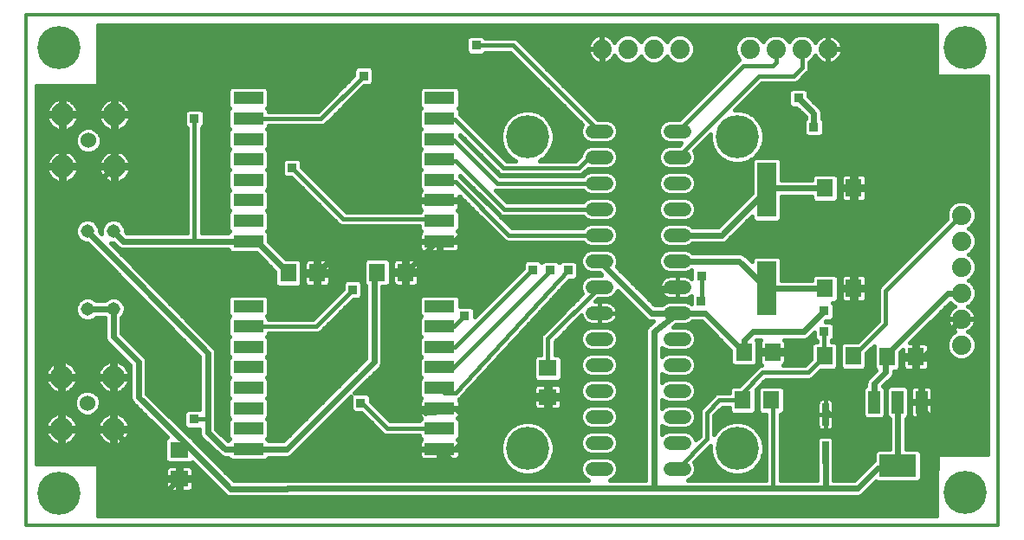
<source format=gtl>
G75*
%MOIN*%
%OFA0B0*%
%FSLAX24Y24*%
%IPPOS*%
%LPD*%
%AMOC8*
5,1,8,0,0,1.08239X$1,22.5*
%
%ADD10C,0.0120*%
%ADD11C,0.0520*%
%ADD12R,0.1181X0.0472*%
%ADD13R,0.0480X0.0880*%
%ADD14R,0.1417X0.0866*%
%ADD15R,0.0630X0.0709*%
%ADD16R,0.0760X0.2100*%
%ADD17C,0.0600*%
%ADD18C,0.0886*%
%ADD19C,0.0740*%
%ADD20R,0.0256X0.0866*%
%ADD21R,0.0709X0.0630*%
%ADD22C,0.1660*%
%ADD23C,0.0515*%
%ADD24C,0.0240*%
%ADD25C,0.0160*%
%ADD26R,0.0356X0.0356*%
D10*
X000160Y000160D02*
X037562Y000160D01*
X037562Y019845D01*
X000160Y019845D01*
X000160Y000160D01*
D11*
X021960Y002349D02*
X022480Y002349D01*
X022480Y003349D02*
X021960Y003349D01*
X021960Y004349D02*
X022480Y004349D01*
X022480Y005349D02*
X021960Y005349D01*
X021960Y006349D02*
X022480Y006349D01*
X022480Y007349D02*
X021960Y007349D01*
X021960Y008349D02*
X022480Y008349D01*
X022480Y009349D02*
X021960Y009349D01*
X021960Y010349D02*
X022480Y010349D01*
X022480Y011349D02*
X021960Y011349D01*
X021960Y012349D02*
X022480Y012349D01*
X022480Y013349D02*
X021960Y013349D01*
X021960Y014349D02*
X022480Y014349D01*
X022480Y015349D02*
X021960Y015349D01*
X024960Y015349D02*
X025480Y015349D01*
X025480Y014349D02*
X024960Y014349D01*
X024960Y013349D02*
X025480Y013349D01*
X025480Y012349D02*
X024960Y012349D01*
X024960Y011349D02*
X025480Y011349D01*
X025480Y010349D02*
X024960Y010349D01*
X024960Y009349D02*
X025480Y009349D01*
X025480Y008349D02*
X024960Y008349D01*
X024960Y007349D02*
X025480Y007349D01*
X025480Y006349D02*
X024960Y006349D01*
X024960Y005349D02*
X025480Y005349D01*
X025480Y004349D02*
X024960Y004349D01*
X024960Y003349D02*
X025480Y003349D01*
X025480Y002349D02*
X024960Y002349D01*
D12*
X016076Y003106D03*
X016076Y003893D03*
X016076Y004681D03*
X016076Y005468D03*
X016076Y006256D03*
X016076Y007043D03*
X016076Y007830D03*
X016076Y008618D03*
X016075Y011114D03*
X016075Y011902D03*
X016075Y012689D03*
X016075Y013477D03*
X016075Y014264D03*
X016075Y015051D03*
X016075Y015839D03*
X016075Y016626D03*
X008713Y016626D03*
X008713Y015839D03*
X008713Y015051D03*
X008713Y014264D03*
X008713Y013477D03*
X008713Y012689D03*
X008713Y011902D03*
X008713Y011114D03*
X008714Y008618D03*
X008714Y007830D03*
X008714Y007043D03*
X008714Y006256D03*
X008714Y005468D03*
X008714Y004681D03*
X008714Y003893D03*
X008714Y003106D03*
D13*
X032793Y004916D03*
X033703Y004916D03*
X034613Y004916D03*
D14*
X033703Y002475D03*
D15*
X028837Y004994D03*
X027735Y004994D03*
X030893Y006697D03*
X031995Y006697D03*
X033296Y006664D03*
X034399Y006664D03*
X032010Y009300D03*
X030907Y009300D03*
X028884Y006849D03*
X027781Y006849D03*
X030904Y013166D03*
X032007Y013166D03*
X014766Y009914D03*
X013664Y009914D03*
X011361Y009891D03*
X010259Y009891D03*
D16*
X028663Y009294D03*
X028663Y013094D03*
D17*
X002557Y014993D03*
X002522Y004884D03*
D18*
X001522Y003884D03*
X003522Y003884D03*
X003522Y005884D03*
X001522Y005884D03*
X001557Y013993D03*
X003557Y013993D03*
X003557Y015993D03*
X001557Y015993D03*
D19*
X022322Y018520D03*
X023322Y018520D03*
X024322Y018520D03*
X025322Y018520D03*
X028013Y018515D03*
X029013Y018515D03*
X030013Y018515D03*
X031013Y018515D03*
X036156Y012117D03*
X036156Y011117D03*
X036156Y010117D03*
X036156Y009117D03*
X036156Y008117D03*
X036156Y007117D03*
D20*
X030916Y004442D03*
X030916Y002985D03*
D21*
X020239Y005121D03*
X020239Y006223D03*
X006066Y003073D03*
X006066Y001971D03*
D22*
X001439Y001420D03*
X019451Y003136D03*
X027519Y003136D03*
X036297Y001430D03*
X027519Y015141D03*
X019451Y015141D03*
X036297Y018580D03*
X001433Y018584D03*
D23*
X002522Y011503D03*
X003522Y011503D03*
X003522Y008503D03*
X002522Y008503D03*
D24*
X003522Y008503D01*
X003522Y007428D01*
X004491Y006459D01*
X004491Y005119D01*
X006183Y003427D01*
X008030Y001580D01*
X010200Y001580D01*
X010220Y001600D02*
X024320Y001600D01*
X024320Y007640D01*
X025220Y008349D01*
X026281Y008349D01*
X027781Y006849D01*
X027781Y007309D01*
X028113Y007640D01*
X030081Y007640D01*
X030869Y008428D01*
X030902Y009294D02*
X028663Y009294D01*
X027608Y010349D01*
X025220Y010349D01*
X025220Y011349D02*
X026918Y011349D01*
X028663Y013094D01*
X028734Y013166D02*
X030904Y013166D01*
X032010Y013163D02*
X032010Y009300D01*
X033296Y006776D02*
X035630Y009110D01*
X036149Y009110D01*
X036156Y008117D02*
X034704Y006664D01*
X034412Y006651D02*
X034412Y006066D01*
X034613Y005864D01*
X034613Y004916D01*
X034613Y004683D02*
X035199Y004097D01*
X035199Y002329D01*
X033703Y002475D02*
X033703Y004916D01*
X032793Y004916D02*
X032793Y005628D01*
X033231Y006066D01*
X033231Y006599D01*
X031488Y004442D02*
X030916Y004442D01*
X031488Y004442D02*
X032230Y003700D01*
X030920Y002981D02*
X030920Y001600D01*
X032150Y001600D01*
X032930Y002380D01*
X030920Y001600D02*
X028900Y001600D01*
X024320Y001600D01*
X016992Y002190D02*
X016076Y003106D01*
X016670Y003090D02*
X017040Y003460D01*
X017040Y004097D01*
X017040Y004340D01*
X016699Y004681D01*
X015514Y004491D02*
X014766Y005239D01*
X014766Y009914D01*
X015967Y011114D01*
X016075Y011114D02*
X012585Y011114D01*
X011361Y009891D01*
X010259Y009891D02*
X009036Y011114D01*
X008713Y011114D02*
X006640Y011114D01*
X003910Y011114D01*
X003522Y011503D01*
X002522Y011503D02*
X007157Y006788D01*
X007157Y004270D01*
X007157Y003723D01*
X007844Y003106D01*
X008714Y003106D01*
X010193Y003106D01*
X013546Y006459D01*
X013546Y009796D01*
X016695Y011184D02*
X017089Y011577D01*
X017089Y012365D01*
X016765Y012689D01*
X022220Y010349D02*
X024220Y008349D01*
X025220Y008349D01*
X032020Y013152D02*
X035593Y013152D01*
X030475Y015514D02*
X030475Y016035D01*
X029880Y016630D01*
X023080Y016390D02*
X023080Y014120D01*
X023080Y016390D02*
X022322Y017148D01*
X022322Y018520D01*
X003557Y015993D02*
X003557Y013993D01*
X001341Y011777D01*
X001341Y005672D01*
X001522Y005884D02*
X003522Y005884D01*
X003522Y003884D01*
X001522Y003884D01*
X003522Y003884D02*
X005537Y001615D01*
X006059Y001027D01*
X015508Y001027D01*
X006066Y001971D02*
X005710Y001615D01*
X003557Y013993D02*
X001557Y013993D01*
X001557Y015993D02*
X003557Y015993D01*
D25*
X003624Y016010D02*
X006262Y016010D01*
X006262Y016101D02*
X006262Y015579D01*
X006360Y015481D01*
X006360Y011434D01*
X004043Y011434D01*
X003980Y011498D01*
X003980Y011594D01*
X003910Y011762D01*
X003781Y011890D01*
X003613Y011960D01*
X003431Y011960D01*
X003263Y011890D01*
X003134Y011762D01*
X003065Y011594D01*
X003065Y011412D01*
X003068Y011404D01*
X002980Y011494D01*
X002980Y011594D01*
X002910Y011762D01*
X002781Y011890D01*
X002613Y011960D01*
X002431Y011960D01*
X002263Y011890D01*
X002134Y011762D01*
X002065Y011594D01*
X002065Y011412D01*
X002134Y011243D01*
X002263Y011115D01*
X002431Y011045D01*
X002523Y011045D01*
X006837Y006657D01*
X006837Y004638D01*
X006359Y004638D01*
X006242Y004521D01*
X006242Y003999D01*
X006359Y003882D01*
X006837Y003882D01*
X006837Y003778D01*
X006834Y003770D01*
X006837Y003715D01*
X006837Y003660D01*
X006840Y003651D01*
X006840Y003643D01*
X006864Y003593D01*
X006885Y003542D01*
X006892Y003536D01*
X006895Y003528D01*
X006936Y003491D01*
X006975Y003452D01*
X006984Y003449D01*
X007624Y002874D01*
X007663Y002835D01*
X007671Y002831D01*
X007678Y002825D01*
X007729Y002807D01*
X007780Y002786D01*
X007789Y002786D01*
X007798Y002783D01*
X007853Y002786D01*
X007924Y002786D01*
X008040Y002670D01*
X009387Y002670D01*
X009503Y002786D01*
X010256Y002786D01*
X010374Y002835D01*
X010464Y002925D01*
X012662Y005123D01*
X012662Y004619D01*
X012779Y004502D01*
X013072Y004502D01*
X013901Y003673D01*
X014004Y003630D01*
X015285Y003630D01*
X015285Y003574D01*
X015374Y003485D01*
X015341Y003453D01*
X015318Y003412D01*
X015305Y003366D01*
X015305Y003144D01*
X016038Y003144D01*
X016038Y003068D01*
X016114Y003068D01*
X016114Y003144D01*
X016846Y003144D01*
X016846Y003366D01*
X016834Y003412D01*
X016810Y003453D01*
X016778Y003485D01*
X016866Y003574D01*
X016866Y004212D01*
X016778Y004301D01*
X016810Y004334D01*
X016834Y004375D01*
X016846Y004421D01*
X016846Y004643D01*
X016114Y004643D01*
X016114Y004719D01*
X016846Y004719D01*
X016846Y004941D01*
X016834Y004986D01*
X016813Y005024D01*
X016854Y005041D01*
X016859Y005045D01*
X016864Y005048D01*
X016898Y005084D01*
X016933Y005120D01*
X016935Y005125D01*
X021050Y009621D01*
X021277Y009621D01*
X021394Y009738D01*
X021394Y010260D01*
X021277Y010377D01*
X020755Y010377D01*
X020679Y010300D01*
X020601Y010378D01*
X020079Y010378D01*
X020010Y010309D01*
X019931Y010388D01*
X019409Y010388D01*
X019292Y010271D01*
X019292Y010068D01*
X017418Y008194D01*
X017418Y008491D01*
X017301Y008608D01*
X016866Y008608D01*
X016866Y008937D01*
X016749Y009054D01*
X015402Y009054D01*
X015285Y008937D01*
X015285Y008299D01*
X015360Y008224D01*
X015285Y008149D01*
X015285Y007511D01*
X015360Y007437D01*
X015285Y007362D01*
X015285Y006724D01*
X015360Y006649D01*
X015285Y006575D01*
X015285Y005936D01*
X015360Y005862D01*
X015285Y005787D01*
X015285Y005149D01*
X015374Y005060D01*
X015341Y005027D01*
X015318Y004986D01*
X015305Y004941D01*
X015305Y004719D01*
X016038Y004719D01*
X016038Y004643D01*
X015305Y004643D01*
X015305Y004421D01*
X015318Y004375D01*
X015341Y004334D01*
X015374Y004301D01*
X015285Y004212D01*
X015285Y004190D01*
X014176Y004190D01*
X013418Y004948D01*
X013418Y005141D01*
X013301Y005258D01*
X012797Y005258D01*
X013817Y006278D01*
X013866Y006396D01*
X013866Y009360D01*
X014062Y009360D01*
X014179Y009477D01*
X014179Y010352D01*
X014062Y010469D01*
X013266Y010469D01*
X013149Y010352D01*
X013149Y009477D01*
X013226Y009401D01*
X013226Y006592D01*
X010060Y003426D01*
X009503Y003426D01*
X009430Y003500D01*
X009504Y003574D01*
X009504Y004212D01*
X009430Y004287D01*
X009504Y004362D01*
X009504Y005000D01*
X009430Y005074D01*
X009504Y005149D01*
X009504Y005787D01*
X009430Y005862D01*
X009504Y005936D01*
X009504Y006575D01*
X009430Y006649D01*
X009504Y006724D01*
X009504Y007362D01*
X009430Y007437D01*
X009504Y007511D01*
X009504Y007560D01*
X011376Y007560D01*
X011479Y007603D01*
X011557Y007681D01*
X011557Y007681D01*
X012748Y008872D01*
X012991Y008872D01*
X013108Y008989D01*
X013108Y009511D01*
X012991Y009628D01*
X012469Y009628D01*
X012352Y009511D01*
X012352Y009268D01*
X011204Y008120D01*
X009504Y008120D01*
X009504Y008149D01*
X009430Y008224D01*
X009504Y008299D01*
X009504Y008937D01*
X009387Y009054D01*
X008040Y009054D01*
X007923Y008937D01*
X007923Y008299D01*
X007998Y008224D01*
X007923Y008149D01*
X007923Y007511D01*
X007998Y007437D01*
X007923Y007362D01*
X007923Y006724D01*
X007998Y006649D01*
X007923Y006575D01*
X007923Y005936D01*
X007998Y005862D01*
X007923Y005787D01*
X007923Y005149D01*
X007998Y005074D01*
X007923Y005000D01*
X007923Y004362D01*
X007998Y004287D01*
X007923Y004212D01*
X007923Y003574D01*
X007998Y003500D01*
X007944Y003446D01*
X007477Y003866D01*
X007477Y006787D01*
X007477Y006849D01*
X007477Y006850D01*
X007477Y006852D01*
X007453Y006909D01*
X007429Y006967D01*
X007428Y006968D01*
X007428Y006969D01*
X007384Y007013D01*
X003413Y011052D01*
X003431Y011045D01*
X003527Y011045D01*
X003639Y010933D01*
X003729Y010843D01*
X003847Y010794D01*
X007923Y010794D01*
X008039Y010678D01*
X009019Y010678D01*
X009744Y009954D01*
X009744Y009454D01*
X009861Y009337D01*
X010657Y009337D01*
X010774Y009454D01*
X010774Y010328D01*
X010657Y010446D01*
X010157Y010446D01*
X009503Y011099D01*
X009503Y011434D01*
X009429Y011508D01*
X009503Y011583D01*
X009503Y012221D01*
X009429Y012296D01*
X009503Y012370D01*
X009503Y013008D01*
X009429Y013083D01*
X009503Y013158D01*
X009503Y013796D01*
X009429Y013870D01*
X009503Y013945D01*
X009503Y014583D01*
X009429Y014658D01*
X009503Y014732D01*
X009503Y015371D01*
X009429Y015445D01*
X009503Y015520D01*
X009503Y015559D01*
X011564Y015559D01*
X011667Y015602D01*
X011746Y015680D01*
X013170Y017105D01*
X013413Y017105D01*
X013530Y017222D01*
X013530Y017744D01*
X013413Y017861D01*
X012891Y017861D01*
X012774Y017744D01*
X012774Y017501D01*
X011392Y016119D01*
X009503Y016119D01*
X009503Y016158D01*
X009429Y016233D01*
X009503Y016307D01*
X009503Y016945D01*
X009386Y017063D01*
X008039Y017063D01*
X007922Y016945D01*
X007922Y016307D01*
X007997Y016233D01*
X007922Y016158D01*
X007922Y015520D01*
X007997Y015445D01*
X007922Y015371D01*
X007922Y014732D01*
X007997Y014658D01*
X007922Y014583D01*
X007922Y013945D01*
X007997Y013870D01*
X007922Y013796D01*
X007922Y013158D01*
X007997Y013083D01*
X007922Y013008D01*
X007922Y012370D01*
X007997Y012296D01*
X007922Y012221D01*
X007922Y011583D01*
X007997Y011508D01*
X007923Y011434D01*
X006920Y011434D01*
X006920Y015481D01*
X007018Y015579D01*
X007018Y016101D01*
X006901Y016218D01*
X006379Y016218D01*
X006262Y016101D01*
X006329Y016169D02*
X004155Y016169D01*
X004164Y016138D02*
X004134Y016232D01*
X004090Y016319D01*
X004032Y016398D01*
X003963Y016468D01*
X003883Y016525D01*
X003796Y016570D01*
X003703Y016600D01*
X003624Y016612D01*
X003624Y016060D01*
X003489Y016060D01*
X003489Y015925D01*
X002937Y015925D01*
X002949Y015847D01*
X002980Y015753D01*
X003024Y015666D01*
X003082Y015587D01*
X003151Y015517D01*
X003230Y015460D01*
X003318Y015415D01*
X003411Y015385D01*
X003489Y015373D01*
X003489Y015925D01*
X003624Y015925D01*
X003624Y015373D01*
X003703Y015385D01*
X003796Y015415D01*
X003883Y015460D01*
X003963Y015517D01*
X004032Y015587D01*
X004090Y015666D01*
X004134Y015753D01*
X004164Y015847D01*
X004177Y015925D01*
X003624Y015925D01*
X003624Y016060D01*
X004177Y016060D01*
X004164Y016138D01*
X004084Y016327D02*
X007922Y016327D01*
X007922Y016486D02*
X003938Y016486D01*
X003624Y016486D02*
X003489Y016486D01*
X003489Y016612D02*
X003411Y016600D01*
X003318Y016570D01*
X003230Y016525D01*
X003151Y016468D01*
X003082Y016398D01*
X003024Y016319D01*
X002980Y016232D01*
X002949Y016138D01*
X002937Y016060D01*
X003489Y016060D01*
X003489Y016612D01*
X003176Y016486D02*
X001938Y016486D01*
X001963Y016468D02*
X001883Y016525D01*
X001796Y016570D01*
X001703Y016600D01*
X001624Y016612D01*
X001624Y016060D01*
X001489Y016060D01*
X001489Y015925D01*
X000937Y015925D01*
X000949Y015847D01*
X000980Y015753D01*
X001024Y015666D01*
X001082Y015587D01*
X001151Y015517D01*
X001230Y015460D01*
X001318Y015415D01*
X001411Y015385D01*
X001489Y015373D01*
X001489Y015925D01*
X001624Y015925D01*
X001624Y015373D01*
X001703Y015385D01*
X001796Y015415D01*
X001883Y015460D01*
X001963Y015517D01*
X002032Y015587D01*
X002090Y015666D01*
X002134Y015753D01*
X002164Y015847D01*
X002177Y015925D01*
X001624Y015925D01*
X001624Y016060D01*
X002177Y016060D01*
X002164Y016138D01*
X002134Y016232D01*
X002090Y016319D01*
X002032Y016398D01*
X001963Y016468D01*
X002084Y016327D02*
X003030Y016327D01*
X002959Y016169D02*
X002155Y016169D01*
X002165Y015852D02*
X002949Y015852D01*
X003010Y015693D02*
X002103Y015693D01*
X001980Y015535D02*
X003134Y015535D01*
X002880Y015376D02*
X003467Y015376D01*
X003489Y015376D02*
X003624Y015376D01*
X003646Y015376D02*
X006360Y015376D01*
X006360Y015218D02*
X003005Y015218D01*
X002981Y015276D02*
X002840Y015416D01*
X002656Y015493D01*
X002457Y015493D01*
X002274Y015416D01*
X002133Y015276D01*
X002057Y015092D01*
X002057Y014893D01*
X002133Y014709D01*
X002274Y014569D01*
X002457Y014493D01*
X002656Y014493D01*
X002840Y014569D01*
X002981Y014709D01*
X003057Y014893D01*
X003057Y015092D01*
X002981Y015276D01*
X003057Y015059D02*
X006360Y015059D01*
X006360Y014901D02*
X003057Y014901D01*
X002994Y014742D02*
X006360Y014742D01*
X006360Y014584D02*
X003754Y014584D01*
X003796Y014570D02*
X003703Y014600D01*
X003624Y014612D01*
X003624Y014060D01*
X003489Y014060D01*
X003489Y013925D01*
X002937Y013925D01*
X002949Y013847D01*
X002980Y013753D01*
X003024Y013666D01*
X003082Y013587D01*
X003151Y013517D01*
X003230Y013460D01*
X003318Y013415D01*
X003411Y013385D01*
X003489Y013373D01*
X003489Y013925D01*
X003624Y013925D01*
X003624Y013373D01*
X003703Y013385D01*
X003796Y013415D01*
X003883Y013460D01*
X003963Y013517D01*
X004032Y013587D01*
X004090Y013666D01*
X004134Y013753D01*
X004164Y013847D01*
X004177Y013925D01*
X003624Y013925D01*
X003624Y014060D01*
X004177Y014060D01*
X004164Y014138D01*
X004134Y014232D01*
X004090Y014319D01*
X004032Y014398D01*
X003963Y014468D01*
X003883Y014525D01*
X003796Y014570D01*
X003624Y014584D02*
X003489Y014584D01*
X003489Y014612D02*
X003411Y014600D01*
X003318Y014570D01*
X003230Y014525D01*
X003151Y014468D01*
X003082Y014398D01*
X003024Y014319D01*
X002980Y014232D01*
X002949Y014138D01*
X002937Y014060D01*
X003489Y014060D01*
X003489Y014612D01*
X003360Y014584D02*
X002855Y014584D01*
X003108Y014425D02*
X002005Y014425D01*
X002032Y014398D02*
X001963Y014468D01*
X001883Y014525D01*
X001796Y014570D01*
X001703Y014600D01*
X001624Y014612D01*
X001624Y014060D01*
X001489Y014060D01*
X001489Y013925D01*
X000937Y013925D01*
X000949Y013847D01*
X000980Y013753D01*
X001024Y013666D01*
X001082Y013587D01*
X001151Y013517D01*
X001230Y013460D01*
X001318Y013415D01*
X001411Y013385D01*
X001489Y013373D01*
X001489Y013925D01*
X001624Y013925D01*
X001624Y013373D01*
X001703Y013385D01*
X001796Y013415D01*
X001883Y013460D01*
X001963Y013517D01*
X002032Y013587D01*
X002090Y013666D01*
X002134Y013753D01*
X002164Y013847D01*
X002177Y013925D01*
X001624Y013925D01*
X001624Y014060D01*
X002177Y014060D01*
X002164Y014138D01*
X002134Y014232D01*
X002090Y014319D01*
X002032Y014398D01*
X002116Y014267D02*
X002997Y014267D01*
X002944Y014108D02*
X002169Y014108D01*
X001624Y014108D02*
X001489Y014108D01*
X001489Y014060D02*
X001489Y014612D01*
X001411Y014600D01*
X001318Y014570D01*
X001230Y014525D01*
X001151Y014468D01*
X001082Y014398D01*
X001024Y014319D01*
X000980Y014232D01*
X000949Y014138D01*
X000937Y014060D01*
X001489Y014060D01*
X001489Y013950D02*
X000554Y013950D01*
X000554Y014108D02*
X000944Y014108D01*
X000997Y014267D02*
X000554Y014267D01*
X000554Y014425D02*
X001108Y014425D01*
X001360Y014584D02*
X000554Y014584D01*
X000554Y014742D02*
X002119Y014742D01*
X002057Y014901D02*
X000554Y014901D01*
X000554Y015059D02*
X002057Y015059D01*
X002109Y015218D02*
X000554Y015218D01*
X000554Y015376D02*
X001467Y015376D01*
X001489Y015376D02*
X001624Y015376D01*
X001646Y015376D02*
X002233Y015376D01*
X001624Y015535D02*
X001489Y015535D01*
X001489Y015693D02*
X001624Y015693D01*
X001624Y015852D02*
X001489Y015852D01*
X001489Y016010D02*
X000554Y016010D01*
X000554Y015852D02*
X000949Y015852D01*
X001010Y015693D02*
X000554Y015693D01*
X000554Y015535D02*
X001134Y015535D01*
X000937Y016060D02*
X001489Y016060D01*
X001489Y016612D01*
X001411Y016600D01*
X001318Y016570D01*
X001230Y016525D01*
X001151Y016468D01*
X001082Y016398D01*
X001024Y016319D01*
X000980Y016232D01*
X000949Y016138D01*
X000937Y016060D01*
X000959Y016169D02*
X000554Y016169D01*
X000554Y016327D02*
X001030Y016327D01*
X001176Y016486D02*
X000554Y016486D01*
X000554Y016644D02*
X007922Y016644D01*
X007922Y016803D02*
X000554Y016803D01*
X000554Y016961D02*
X007938Y016961D01*
X007933Y016169D02*
X006951Y016169D01*
X007018Y016010D02*
X007922Y016010D01*
X007922Y015852D02*
X007018Y015852D01*
X007018Y015693D02*
X007922Y015693D01*
X007922Y015535D02*
X006974Y015535D01*
X006920Y015376D02*
X007928Y015376D01*
X007922Y015218D02*
X006920Y015218D01*
X006920Y015059D02*
X007922Y015059D01*
X007922Y014901D02*
X006920Y014901D01*
X006920Y014742D02*
X007922Y014742D01*
X007922Y014584D02*
X006920Y014584D01*
X006920Y014425D02*
X007922Y014425D01*
X007922Y014267D02*
X006920Y014267D01*
X006920Y014108D02*
X007922Y014108D01*
X007922Y013950D02*
X006920Y013950D01*
X006920Y013791D02*
X007922Y013791D01*
X007922Y013633D02*
X006920Y013633D01*
X006920Y013474D02*
X007922Y013474D01*
X007922Y013316D02*
X006920Y013316D01*
X006920Y013157D02*
X007923Y013157D01*
X007922Y012999D02*
X006920Y012999D01*
X006920Y012840D02*
X007922Y012840D01*
X007922Y012682D02*
X006920Y012682D01*
X006920Y012523D02*
X007922Y012523D01*
X007928Y012365D02*
X006920Y012365D01*
X006920Y012206D02*
X007922Y012206D01*
X007922Y012048D02*
X006920Y012048D01*
X006920Y011889D02*
X007922Y011889D01*
X007922Y011731D02*
X006920Y011731D01*
X006920Y011572D02*
X007933Y011572D01*
X008713Y011114D02*
X009036Y011114D01*
X009506Y011097D02*
X016037Y011097D01*
X016037Y011076D02*
X015304Y011076D01*
X015304Y010855D01*
X015317Y010809D01*
X015340Y010768D01*
X015374Y010734D01*
X015415Y010711D01*
X015461Y010698D01*
X016037Y010698D01*
X016037Y011076D01*
X016113Y011076D01*
X016113Y010698D01*
X016689Y010698D01*
X016735Y010711D01*
X016776Y010734D01*
X016809Y010768D01*
X016833Y010809D01*
X016845Y010855D01*
X016845Y011076D01*
X016113Y011076D01*
X016113Y011153D01*
X016845Y011153D01*
X016845Y011374D01*
X016833Y011420D01*
X016809Y011461D01*
X016777Y011494D01*
X016865Y011583D01*
X016865Y012221D01*
X016777Y012310D01*
X016809Y012343D01*
X016833Y012384D01*
X016845Y012429D01*
X016845Y012651D01*
X016113Y012651D01*
X016113Y012727D01*
X016845Y012727D01*
X016845Y012849D01*
X018503Y011191D01*
X018582Y011112D01*
X018685Y011069D01*
X021589Y011069D01*
X021699Y010959D01*
X021868Y010889D01*
X022571Y010889D01*
X022740Y010959D01*
X022870Y011089D01*
X022940Y011258D01*
X022940Y011441D01*
X022870Y011610D01*
X022740Y011739D01*
X022571Y011809D01*
X021868Y011809D01*
X021699Y011739D01*
X021589Y011629D01*
X018857Y011629D01*
X016865Y013621D01*
X016865Y013639D01*
X018313Y012191D01*
X018392Y012112D01*
X018495Y012069D01*
X021589Y012069D01*
X021699Y011959D01*
X021868Y011889D01*
X022571Y011889D01*
X022740Y011959D01*
X022870Y012089D01*
X022940Y012258D01*
X022940Y012441D01*
X022870Y012610D01*
X022740Y012739D01*
X022571Y012809D01*
X021868Y012809D01*
X021699Y012739D01*
X021589Y012629D01*
X018667Y012629D01*
X018221Y013075D01*
X018235Y013069D01*
X021589Y013069D01*
X021699Y012959D01*
X021868Y012889D01*
X022571Y012889D01*
X022740Y012959D01*
X022870Y013089D01*
X022940Y013258D01*
X022940Y013441D01*
X022870Y013610D01*
X022740Y013739D01*
X022571Y013809D01*
X021868Y013809D01*
X021699Y013739D01*
X021589Y013629D01*
X018407Y013629D01*
X016865Y015171D01*
X016865Y015209D01*
X018293Y013781D01*
X018372Y013702D01*
X018475Y013660D01*
X021476Y013660D01*
X021578Y013702D01*
X021796Y013919D01*
X021868Y013889D01*
X022571Y013889D01*
X022740Y013959D01*
X022870Y014089D01*
X022940Y014258D01*
X022940Y014441D01*
X022870Y014610D01*
X022740Y014739D01*
X022571Y014809D01*
X021868Y014809D01*
X021699Y014739D01*
X021570Y014610D01*
X021500Y014441D01*
X021500Y014415D01*
X021304Y014220D01*
X019916Y014220D01*
X020084Y014316D01*
X020275Y014508D01*
X020411Y014743D01*
X020481Y015005D01*
X020481Y015276D01*
X020411Y015538D01*
X020275Y015773D01*
X020084Y015965D01*
X019849Y016100D01*
X019587Y016171D01*
X019316Y016171D01*
X019054Y016100D01*
X018819Y015965D01*
X018627Y015773D01*
X018492Y015538D01*
X018421Y015276D01*
X018421Y015005D01*
X018492Y014743D01*
X018627Y014508D01*
X018819Y014316D01*
X018987Y014220D01*
X018646Y014220D01*
X016865Y016001D01*
X016865Y016158D01*
X016791Y016233D01*
X016865Y016307D01*
X016865Y016945D01*
X016748Y017063D01*
X015401Y017063D01*
X015284Y016945D01*
X015284Y016307D01*
X015359Y016233D01*
X015284Y016158D01*
X015284Y015520D01*
X015359Y015445D01*
X015284Y015371D01*
X015284Y014732D01*
X015359Y014658D01*
X015284Y014583D01*
X015284Y013945D01*
X015359Y013870D01*
X015284Y013796D01*
X015284Y013158D01*
X015373Y013069D01*
X015340Y013036D01*
X015317Y012995D01*
X015304Y012949D01*
X015304Y012727D01*
X016037Y012727D01*
X016037Y012651D01*
X015304Y012651D01*
X015304Y012429D01*
X015317Y012384D01*
X015340Y012343D01*
X015373Y012310D01*
X015314Y012251D01*
X012481Y012251D01*
X010774Y013957D01*
X010774Y014200D01*
X010657Y014318D01*
X010135Y014318D01*
X010018Y014200D01*
X010018Y013679D01*
X010135Y013561D01*
X010378Y013561D01*
X012127Y011812D01*
X012206Y011734D01*
X012309Y011691D01*
X015284Y011691D01*
X015284Y011583D01*
X015373Y011494D01*
X015340Y011461D01*
X015317Y011420D01*
X015304Y011374D01*
X015304Y011153D01*
X016037Y011153D01*
X016037Y011076D01*
X016075Y011114D02*
X015967Y011114D01*
X016075Y011114D02*
X016144Y011184D01*
X016695Y011184D01*
X016845Y011255D02*
X018439Y011255D01*
X018281Y011414D02*
X016835Y011414D01*
X016855Y011572D02*
X018122Y011572D01*
X017964Y011731D02*
X016865Y011731D01*
X016865Y011889D02*
X017805Y011889D01*
X017647Y012048D02*
X016865Y012048D01*
X016865Y012206D02*
X017488Y012206D01*
X017330Y012365D02*
X016822Y012365D01*
X016845Y012523D02*
X017171Y012523D01*
X017013Y012682D02*
X016113Y012682D01*
X016075Y012689D02*
X015781Y012689D01*
X015760Y012710D01*
X014420Y012710D01*
X014400Y012730D01*
X015304Y012840D02*
X011892Y012840D01*
X012050Y012682D02*
X016037Y012682D01*
X016075Y012689D02*
X016765Y012689D01*
X016845Y012840D02*
X016854Y012840D01*
X017329Y013157D02*
X017347Y013157D01*
X017487Y012999D02*
X017505Y012999D01*
X017646Y012840D02*
X017664Y012840D01*
X017804Y012682D02*
X017823Y012682D01*
X017963Y012523D02*
X017981Y012523D01*
X018121Y012365D02*
X018140Y012365D01*
X018280Y012206D02*
X018298Y012206D01*
X018438Y012048D02*
X021611Y012048D01*
X022220Y012349D02*
X018551Y012349D01*
X016680Y014220D01*
X016119Y014220D01*
X016075Y014264D01*
X015284Y014267D02*
X010708Y014267D01*
X010774Y014108D02*
X015284Y014108D01*
X015284Y013950D02*
X010782Y013950D01*
X010941Y013791D02*
X015284Y013791D01*
X015284Y013633D02*
X011099Y013633D01*
X011258Y013474D02*
X015284Y013474D01*
X015284Y013316D02*
X011416Y013316D01*
X011575Y013157D02*
X015285Y013157D01*
X015319Y012999D02*
X011733Y012999D01*
X011258Y012682D02*
X009503Y012682D01*
X009503Y012840D02*
X011100Y012840D01*
X010941Y012999D02*
X009503Y012999D01*
X009503Y013157D02*
X010783Y013157D01*
X010624Y013316D02*
X009503Y013316D01*
X009503Y013474D02*
X010466Y013474D01*
X010064Y013633D02*
X009503Y013633D01*
X009503Y013791D02*
X010018Y013791D01*
X010018Y013950D02*
X009503Y013950D01*
X009503Y014108D02*
X010018Y014108D01*
X010084Y014267D02*
X009503Y014267D01*
X009503Y014425D02*
X015284Y014425D01*
X015285Y014584D02*
X009503Y014584D01*
X009503Y014742D02*
X015284Y014742D01*
X015284Y014901D02*
X009503Y014901D01*
X009503Y015059D02*
X015284Y015059D01*
X015284Y015218D02*
X009503Y015218D01*
X009498Y015376D02*
X015290Y015376D01*
X015284Y015535D02*
X009503Y015535D01*
X008713Y015839D02*
X011508Y015839D01*
X013152Y017483D01*
X013530Y017437D02*
X019736Y017437D01*
X019578Y017595D02*
X013530Y017595D01*
X013520Y017754D02*
X019419Y017754D01*
X019261Y017912D02*
X002916Y017912D01*
X002916Y017754D02*
X012784Y017754D01*
X012774Y017595D02*
X002916Y017595D01*
X002916Y017437D02*
X012710Y017437D01*
X012551Y017278D02*
X002916Y017278D01*
X002916Y017120D02*
X012393Y017120D01*
X012234Y016961D02*
X009487Y016961D01*
X009503Y016803D02*
X012076Y016803D01*
X011917Y016644D02*
X009503Y016644D01*
X009503Y016486D02*
X011759Y016486D01*
X011600Y016327D02*
X009503Y016327D01*
X009493Y016169D02*
X011442Y016169D01*
X011917Y015852D02*
X015284Y015852D01*
X015284Y016010D02*
X012075Y016010D01*
X012234Y016169D02*
X015295Y016169D01*
X015284Y016327D02*
X012392Y016327D01*
X012551Y016486D02*
X015284Y016486D01*
X015284Y016644D02*
X012709Y016644D01*
X012868Y016803D02*
X015284Y016803D01*
X015300Y016961D02*
X013026Y016961D01*
X013428Y017120D02*
X020053Y017120D01*
X019895Y017278D02*
X013530Y017278D01*
X016075Y015839D02*
X016104Y015810D01*
X016660Y015810D01*
X018530Y013940D01*
X021420Y013940D01*
X021830Y014349D01*
X022220Y014349D01*
X021559Y014584D02*
X020319Y014584D01*
X020410Y014742D02*
X021706Y014742D01*
X021841Y014901D02*
X020453Y014901D01*
X020481Y015059D02*
X021599Y015059D01*
X021570Y015089D02*
X021699Y014959D01*
X021868Y014889D01*
X022571Y014889D01*
X022740Y014959D01*
X022870Y015089D01*
X022940Y015258D01*
X022940Y015441D01*
X022870Y015610D01*
X022740Y015739D01*
X022571Y015809D01*
X022156Y015809D01*
X019142Y018823D01*
X019064Y018901D01*
X018961Y018944D01*
X017842Y018944D01*
X017744Y019042D01*
X017222Y019042D01*
X017105Y018925D01*
X017105Y018403D01*
X017222Y018286D01*
X017744Y018286D01*
X017842Y018384D01*
X018789Y018384D01*
X021568Y015605D01*
X021500Y015441D01*
X021500Y015258D01*
X021570Y015089D01*
X021516Y015218D02*
X020481Y015218D01*
X020455Y015376D02*
X021500Y015376D01*
X021538Y015535D02*
X020412Y015535D01*
X020322Y015693D02*
X021480Y015693D01*
X021321Y015852D02*
X020197Y015852D01*
X020005Y016010D02*
X021163Y016010D01*
X021004Y016169D02*
X019594Y016169D01*
X019308Y016169D02*
X016855Y016169D01*
X016865Y016327D02*
X020846Y016327D01*
X020687Y016486D02*
X016865Y016486D01*
X016865Y016644D02*
X020529Y016644D01*
X020370Y016803D02*
X016865Y016803D01*
X016850Y016961D02*
X020212Y016961D01*
X020687Y017278D02*
X026752Y017278D01*
X026594Y017120D02*
X020845Y017120D01*
X021004Y016961D02*
X026435Y016961D01*
X026277Y016803D02*
X021162Y016803D01*
X021321Y016644D02*
X026118Y016644D01*
X025960Y016486D02*
X021479Y016486D01*
X021638Y016327D02*
X025801Y016327D01*
X025643Y016169D02*
X021796Y016169D01*
X021955Y016010D02*
X025484Y016010D01*
X025326Y015852D02*
X022113Y015852D01*
X022786Y015693D02*
X024653Y015693D01*
X024699Y015739D02*
X024570Y015610D01*
X024500Y015441D01*
X024500Y015258D01*
X024570Y015089D01*
X024699Y014959D01*
X024868Y014889D01*
X025364Y014889D01*
X025284Y014809D01*
X024868Y014809D01*
X024699Y014739D01*
X024570Y014610D01*
X024500Y014441D01*
X024500Y014258D01*
X024570Y014089D01*
X024699Y013959D01*
X024868Y013889D01*
X025571Y013889D01*
X025740Y013959D01*
X025870Y014089D01*
X025940Y014258D01*
X025940Y014441D01*
X025872Y014605D01*
X026489Y015223D01*
X026489Y015005D01*
X026559Y014743D01*
X026695Y014508D01*
X026887Y014316D01*
X027122Y014181D01*
X027383Y014111D01*
X027655Y014111D01*
X027917Y014181D01*
X028151Y014316D01*
X028343Y014508D01*
X028479Y014743D01*
X028549Y015005D01*
X028549Y015276D01*
X028479Y015538D01*
X028343Y015773D01*
X028151Y015965D01*
X027917Y016100D01*
X027655Y016171D01*
X027437Y016171D01*
X028469Y017203D01*
X029743Y017203D01*
X029846Y017245D01*
X030171Y017571D01*
X030250Y017649D01*
X030293Y017752D01*
X030293Y018014D01*
X030335Y018032D01*
X030496Y018192D01*
X030525Y018262D01*
X030542Y018227D01*
X030593Y018157D01*
X030654Y018096D01*
X030724Y018045D01*
X030801Y018005D01*
X030884Y017979D01*
X030969Y017965D01*
X030993Y017965D01*
X030993Y018495D01*
X031033Y018495D01*
X031033Y018535D01*
X031563Y018535D01*
X031563Y018558D01*
X031549Y018644D01*
X031522Y018726D01*
X031483Y018803D01*
X031432Y018873D01*
X031371Y018935D01*
X031301Y018986D01*
X031224Y019025D01*
X031141Y019052D01*
X031056Y019065D01*
X031033Y019065D01*
X031033Y018535D01*
X030993Y018535D01*
X030993Y019065D01*
X030969Y019065D01*
X030884Y019052D01*
X030801Y019025D01*
X030724Y018986D01*
X030654Y018935D01*
X030593Y018873D01*
X030542Y018803D01*
X030525Y018769D01*
X030496Y018838D01*
X030335Y018998D01*
X030126Y019085D01*
X029899Y019085D01*
X029690Y018998D01*
X029529Y018838D01*
X029513Y018798D01*
X029496Y018838D01*
X029335Y018998D01*
X029126Y019085D01*
X028899Y019085D01*
X028690Y018998D01*
X028529Y018838D01*
X028513Y018798D01*
X028496Y018838D01*
X028335Y018998D01*
X028126Y019085D01*
X027899Y019085D01*
X027690Y018998D01*
X027529Y018838D01*
X027443Y018629D01*
X027443Y018402D01*
X027529Y018192D01*
X027602Y018120D01*
X027588Y018114D01*
X025284Y015809D01*
X024868Y015809D01*
X024699Y015739D01*
X024538Y015535D02*
X022901Y015535D01*
X022940Y015376D02*
X024500Y015376D01*
X024516Y015218D02*
X022923Y015218D01*
X022840Y015059D02*
X024599Y015059D01*
X024841Y014901D02*
X022598Y014901D01*
X022734Y014742D02*
X024706Y014742D01*
X024559Y014584D02*
X022880Y014584D01*
X022940Y014425D02*
X024500Y014425D01*
X024500Y014267D02*
X022940Y014267D01*
X022878Y014108D02*
X024562Y014108D01*
X024723Y013950D02*
X022717Y013950D01*
X022615Y013791D02*
X024824Y013791D01*
X024868Y013809D02*
X024699Y013739D01*
X024570Y013610D01*
X024500Y013441D01*
X024500Y013258D01*
X024570Y013089D01*
X024699Y012959D01*
X024868Y012889D01*
X025571Y012889D01*
X025740Y012959D01*
X025870Y013089D01*
X025940Y013258D01*
X025940Y013441D01*
X025870Y013610D01*
X025740Y013739D01*
X025571Y013809D01*
X024868Y013809D01*
X024592Y013633D02*
X022847Y013633D01*
X022926Y013474D02*
X024513Y013474D01*
X024500Y013316D02*
X022940Y013316D01*
X022898Y013157D02*
X024541Y013157D01*
X024660Y012999D02*
X022779Y012999D01*
X022798Y012682D02*
X024641Y012682D01*
X024699Y012739D02*
X024570Y012610D01*
X024500Y012441D01*
X024500Y012258D01*
X024570Y012089D01*
X024699Y011959D01*
X024868Y011889D01*
X025571Y011889D01*
X025740Y011959D01*
X025870Y012089D01*
X025940Y012258D01*
X025940Y012441D01*
X025870Y012610D01*
X025740Y012739D01*
X025571Y012809D01*
X024868Y012809D01*
X024699Y012739D01*
X024534Y012523D02*
X022906Y012523D01*
X022940Y012365D02*
X024500Y012365D01*
X024521Y012206D02*
X022918Y012206D01*
X022828Y012048D02*
X024611Y012048D01*
X024699Y011739D02*
X024868Y011809D01*
X025571Y011809D01*
X025740Y011739D01*
X025810Y011669D01*
X026785Y011669D01*
X028083Y012967D01*
X028083Y014227D01*
X028200Y014344D01*
X029125Y014344D01*
X029243Y014227D01*
X029243Y013486D01*
X030389Y013486D01*
X030389Y013603D01*
X030507Y013720D01*
X031302Y013720D01*
X031419Y013603D01*
X031419Y012729D01*
X031302Y012611D01*
X030507Y012611D01*
X030389Y012729D01*
X030389Y012846D01*
X029243Y012846D01*
X029243Y011961D01*
X029125Y011844D01*
X028200Y011844D01*
X028083Y011961D01*
X028083Y012062D01*
X027189Y011168D01*
X027189Y011168D01*
X027099Y011078D01*
X026981Y011029D01*
X025810Y011029D01*
X025740Y010959D01*
X025571Y010889D01*
X024868Y010889D01*
X024699Y010959D01*
X024570Y011089D01*
X024500Y011258D01*
X024500Y011441D01*
X024570Y011610D01*
X024699Y011739D01*
X024690Y011731D02*
X022749Y011731D01*
X022885Y011572D02*
X024554Y011572D01*
X024500Y011414D02*
X022940Y011414D01*
X022938Y011255D02*
X024501Y011255D01*
X024566Y011097D02*
X022873Y011097D01*
X022689Y010938D02*
X024750Y010938D01*
X024796Y010780D02*
X022643Y010780D01*
X022571Y010809D02*
X022740Y010739D01*
X022870Y010610D01*
X022940Y010441D01*
X022940Y010258D01*
X022888Y010133D01*
X024352Y008669D01*
X024629Y008669D01*
X024699Y008739D01*
X024868Y008809D01*
X025571Y008809D01*
X025740Y008739D01*
X025766Y008713D01*
X025766Y009014D01*
X025710Y008973D01*
X025649Y008942D01*
X025583Y008920D01*
X025514Y008909D01*
X025220Y008909D01*
X025220Y009349D01*
X025220Y009349D01*
X025220Y008909D01*
X024925Y008909D01*
X024857Y008920D01*
X024791Y008942D01*
X024729Y008973D01*
X024673Y009014D01*
X024624Y009063D01*
X024583Y009119D01*
X024552Y009180D01*
X024530Y009246D01*
X024520Y009315D01*
X024520Y009349D01*
X025220Y009349D01*
X025085Y009215D01*
X024176Y009215D01*
X023985Y009036D02*
X024651Y009036D01*
X024547Y009195D02*
X023827Y009195D01*
X023668Y009353D02*
X024520Y009353D01*
X024520Y009349D02*
X025220Y009349D01*
X025220Y009349D01*
X025220Y009789D01*
X025514Y009789D01*
X025583Y009778D01*
X025649Y009757D01*
X025710Y009726D01*
X025766Y009685D01*
X025772Y009679D01*
X025772Y009991D01*
X025740Y009959D01*
X025571Y009889D01*
X024868Y009889D01*
X024699Y009959D01*
X024570Y010089D01*
X024500Y010258D01*
X024500Y010441D01*
X024570Y010610D01*
X024699Y010739D01*
X024868Y010809D01*
X025571Y010809D01*
X025740Y010739D01*
X025810Y010669D01*
X027671Y010669D01*
X027789Y010621D01*
X027879Y010531D01*
X028083Y010327D01*
X028083Y010427D01*
X028200Y010544D01*
X029125Y010544D01*
X029243Y010427D01*
X029243Y009614D01*
X030392Y009614D01*
X030392Y009737D01*
X030510Y009854D01*
X031305Y009854D01*
X031422Y009737D01*
X031422Y008862D01*
X031305Y008745D01*
X031190Y008745D01*
X031247Y008689D01*
X031247Y008167D01*
X031130Y008050D01*
X030943Y008050D01*
X030912Y008018D01*
X031130Y008018D01*
X031247Y007901D01*
X031247Y007379D01*
X031149Y007281D01*
X031149Y007251D01*
X031291Y007251D01*
X031408Y007134D01*
X031480Y007134D01*
X031597Y007251D01*
X032153Y007251D01*
X032951Y008049D01*
X032951Y009271D01*
X032993Y009374D01*
X035597Y011978D01*
X035586Y012004D01*
X035586Y012231D01*
X035673Y012440D01*
X035833Y012601D01*
X036043Y012687D01*
X036270Y012687D01*
X036479Y012601D01*
X036640Y012440D01*
X036726Y012231D01*
X036726Y012004D01*
X036640Y011794D01*
X036479Y011634D01*
X036439Y011617D01*
X036479Y011601D01*
X036640Y011440D01*
X036726Y011231D01*
X036726Y011004D01*
X036640Y010794D01*
X036479Y010634D01*
X036439Y010617D01*
X036479Y010601D01*
X036640Y010440D01*
X036726Y010231D01*
X036726Y010004D01*
X036640Y009794D01*
X036479Y009634D01*
X036439Y009617D01*
X036479Y009601D01*
X036640Y009440D01*
X036726Y009231D01*
X036726Y009004D01*
X036640Y008794D01*
X036479Y008634D01*
X036410Y008605D01*
X036445Y008588D01*
X036515Y008537D01*
X036576Y008476D01*
X036627Y008406D01*
X036666Y008328D01*
X036693Y008246D01*
X036706Y008161D01*
X036706Y008137D01*
X036176Y008137D01*
X036176Y008097D01*
X036706Y008097D01*
X036706Y008074D01*
X036693Y007989D01*
X036666Y007906D01*
X036627Y007829D01*
X036576Y007759D01*
X036515Y007698D01*
X036445Y007647D01*
X036410Y007629D01*
X036479Y007601D01*
X036640Y007440D01*
X036726Y007231D01*
X036726Y007004D01*
X036640Y006794D01*
X036479Y006634D01*
X036270Y006547D01*
X036043Y006547D01*
X035833Y006634D01*
X035673Y006794D01*
X035586Y007004D01*
X035586Y007231D01*
X035673Y007440D01*
X035833Y007601D01*
X035903Y007629D01*
X035868Y007647D01*
X035798Y007698D01*
X035737Y007759D01*
X035686Y007829D01*
X035647Y007906D01*
X035620Y007989D01*
X035606Y008074D01*
X035606Y008097D01*
X036136Y008097D01*
X036136Y008137D01*
X035606Y008137D01*
X035606Y008161D01*
X035620Y008246D01*
X035647Y008328D01*
X035686Y008406D01*
X035737Y008476D01*
X035798Y008537D01*
X035868Y008588D01*
X035903Y008605D01*
X035833Y008634D01*
X035720Y008748D01*
X034171Y007199D01*
X034321Y007199D01*
X034321Y006742D01*
X034321Y006587D01*
X033904Y006587D01*
X033904Y006286D01*
X033916Y006241D01*
X033940Y006200D01*
X033973Y006166D01*
X034014Y006142D01*
X034060Y006130D01*
X034321Y006130D01*
X034321Y006587D01*
X034476Y006587D01*
X034476Y006130D01*
X034737Y006130D01*
X034783Y006142D01*
X034824Y006166D01*
X034858Y006200D01*
X034882Y006241D01*
X034894Y006286D01*
X034894Y006587D01*
X034476Y006587D01*
X034476Y006742D01*
X034321Y006742D01*
X033904Y006742D01*
X033904Y006931D01*
X033811Y006839D01*
X033811Y006227D01*
X033694Y006110D01*
X033551Y006110D01*
X033551Y006002D01*
X033502Y005884D01*
X033145Y005527D01*
X033233Y005438D01*
X033233Y004393D01*
X033116Y004276D01*
X032471Y004276D01*
X032354Y004393D01*
X032354Y005438D01*
X032471Y005555D01*
X032473Y005555D01*
X032473Y005692D01*
X032522Y005809D01*
X032612Y005899D01*
X032861Y006148D01*
X032781Y006227D01*
X032781Y007087D01*
X032510Y006816D01*
X032510Y006260D01*
X032393Y006143D01*
X031597Y006143D01*
X031480Y006260D01*
X031480Y007134D01*
X031408Y007134D02*
X031408Y006260D01*
X031291Y006143D01*
X030734Y006143D01*
X030499Y005907D01*
X030420Y005828D01*
X030317Y005786D01*
X028622Y005786D01*
X028250Y005413D01*
X028250Y004557D01*
X028132Y004439D01*
X027337Y004439D01*
X027220Y004557D01*
X027220Y004714D01*
X026950Y004714D01*
X026640Y004404D01*
X026640Y003673D01*
X026695Y003768D01*
X026887Y003960D01*
X027122Y004096D01*
X027383Y004166D01*
X027655Y004166D01*
X027917Y004096D01*
X028151Y003960D01*
X028343Y003768D01*
X028479Y003533D01*
X028549Y003271D01*
X028549Y003000D01*
X028479Y002738D01*
X028343Y002504D01*
X028151Y002312D01*
X027917Y002176D01*
X027655Y002106D01*
X027383Y002106D01*
X027122Y002176D01*
X026887Y002312D01*
X026695Y002504D01*
X026559Y002738D01*
X026489Y003000D01*
X026489Y003223D01*
X025872Y002605D01*
X025940Y002441D01*
X025940Y002258D01*
X025870Y002089D01*
X025740Y001959D01*
X025645Y001920D01*
X028620Y001920D01*
X028620Y004439D01*
X028439Y004439D01*
X028322Y004557D01*
X028322Y005431D01*
X028439Y005548D01*
X029235Y005548D01*
X029352Y005431D01*
X029352Y004557D01*
X029235Y004439D01*
X029180Y004439D01*
X029180Y001920D01*
X030600Y001920D01*
X030600Y002458D01*
X030588Y002469D01*
X030588Y003501D01*
X030705Y003618D01*
X031127Y003618D01*
X031244Y003501D01*
X031244Y002469D01*
X031240Y002465D01*
X031240Y001920D01*
X032017Y001920D01*
X032749Y002651D01*
X032795Y002670D01*
X032795Y002991D01*
X032912Y003108D01*
X033383Y003108D01*
X033383Y004276D01*
X033381Y004276D01*
X033263Y004393D01*
X033263Y005438D01*
X033381Y005555D01*
X034026Y005555D01*
X034143Y005438D01*
X034143Y004393D01*
X034026Y004276D01*
X034023Y004276D01*
X034023Y003108D01*
X034495Y003108D01*
X034612Y002991D01*
X034612Y001959D01*
X034495Y001842D01*
X032912Y001842D01*
X032878Y001876D01*
X032331Y001329D01*
X032214Y001280D01*
X010311Y001280D01*
X010263Y001260D01*
X007966Y001260D01*
X007849Y001309D01*
X006551Y002607D01*
X006503Y002558D01*
X005628Y002558D01*
X005511Y002676D01*
X005511Y003471D01*
X005599Y003559D01*
X004309Y004848D01*
X004219Y004938D01*
X004171Y005056D01*
X004171Y006327D01*
X003251Y007246D01*
X003202Y007364D01*
X003202Y008176D01*
X003195Y008183D01*
X002849Y008183D01*
X002781Y008115D01*
X002613Y008045D01*
X002431Y008045D01*
X002263Y008115D01*
X002134Y008243D01*
X002065Y008412D01*
X002065Y008594D01*
X002134Y008762D01*
X002263Y008890D01*
X002431Y008960D01*
X002613Y008960D01*
X002781Y008890D01*
X002849Y008823D01*
X003195Y008823D01*
X003263Y008890D01*
X003431Y008960D01*
X003613Y008960D01*
X003781Y008890D01*
X003910Y008762D01*
X003980Y008594D01*
X003980Y008412D01*
X003910Y008243D01*
X003842Y008176D01*
X003842Y007560D01*
X004762Y006640D01*
X004811Y006523D01*
X004811Y005252D01*
X006454Y003608D01*
X006474Y003588D01*
X006503Y003588D01*
X006620Y003471D01*
X006620Y003443D01*
X008163Y001900D01*
X010108Y001900D01*
X010156Y001920D01*
X021794Y001920D01*
X021699Y001959D01*
X021570Y002089D01*
X021500Y002258D01*
X021500Y002441D01*
X021570Y002610D01*
X021699Y002739D01*
X021868Y002809D01*
X022571Y002809D01*
X022740Y002739D01*
X022870Y002610D01*
X022940Y002441D01*
X022940Y002258D01*
X022870Y002089D01*
X022740Y001959D01*
X022645Y001920D01*
X024000Y001920D01*
X024000Y007595D01*
X023995Y007614D01*
X024000Y007659D01*
X024000Y007703D01*
X024007Y007721D01*
X024010Y007740D01*
X024032Y007780D01*
X024049Y007821D01*
X024062Y007835D01*
X024072Y007852D01*
X024107Y007879D01*
X024139Y007911D01*
X024157Y007918D01*
X024297Y008029D01*
X024156Y008029D01*
X024038Y008078D01*
X023948Y008168D01*
X022916Y009200D01*
X022870Y009089D01*
X022740Y008959D01*
X022571Y008889D01*
X022156Y008889D01*
X022056Y008789D01*
X022220Y008789D01*
X022220Y008349D01*
X022220Y008349D01*
X022920Y008349D01*
X022920Y008315D01*
X022909Y008246D01*
X022887Y008180D01*
X022856Y008119D01*
X022815Y008063D01*
X022766Y008014D01*
X022710Y007973D01*
X022649Y007942D01*
X022583Y007920D01*
X022514Y007909D01*
X022220Y007909D01*
X022220Y008349D01*
X022220Y008349D01*
X022920Y008349D01*
X022920Y008384D01*
X022909Y008452D01*
X022887Y008518D01*
X022856Y008580D01*
X022815Y008636D01*
X022766Y008685D01*
X022710Y008726D01*
X022649Y008757D01*
X022583Y008778D01*
X022514Y008789D01*
X022220Y008789D01*
X022220Y008349D01*
X022220Y007909D01*
X021925Y007909D01*
X021857Y007920D01*
X021791Y007942D01*
X021729Y007973D01*
X021673Y008014D01*
X021624Y008063D01*
X021583Y008119D01*
X021552Y008180D01*
X021530Y008246D01*
X021528Y008262D01*
X020519Y007252D01*
X020519Y006738D01*
X020676Y006738D01*
X020793Y006621D01*
X020793Y005825D01*
X020676Y005708D01*
X019802Y005708D01*
X019684Y005825D01*
X019684Y006621D01*
X019802Y006738D01*
X019959Y006738D01*
X019959Y007424D01*
X020001Y007527D01*
X020080Y007606D01*
X021568Y009093D01*
X021500Y009258D01*
X021500Y009441D01*
X021570Y009610D01*
X021699Y009739D01*
X021868Y009809D01*
X022307Y009809D01*
X022227Y009889D01*
X021868Y009889D01*
X021699Y009959D01*
X021570Y010089D01*
X021500Y010258D01*
X021500Y010441D01*
X021570Y010610D01*
X021699Y010739D01*
X021868Y010809D01*
X022571Y010809D01*
X022858Y010621D02*
X024581Y010621D01*
X024509Y010463D02*
X022931Y010463D01*
X022940Y010304D02*
X024500Y010304D01*
X024546Y010146D02*
X022893Y010146D01*
X023034Y009987D02*
X024671Y009987D01*
X024791Y009757D02*
X024729Y009726D01*
X024673Y009685D01*
X024624Y009636D01*
X024583Y009580D01*
X024552Y009518D01*
X024530Y009452D01*
X024520Y009384D01*
X024520Y009349D01*
X024550Y009512D02*
X023510Y009512D01*
X023351Y009670D02*
X024658Y009670D01*
X024791Y009757D02*
X024857Y009778D01*
X024925Y009789D01*
X025220Y009789D01*
X025220Y009349D01*
X025220Y009349D01*
X025220Y009353D02*
X025220Y009353D01*
X025220Y009195D02*
X025220Y009195D01*
X025220Y009036D02*
X025220Y009036D01*
X025220Y009512D02*
X025220Y009512D01*
X025220Y009670D02*
X025220Y009670D01*
X025772Y009829D02*
X023193Y009829D01*
X022288Y009829D02*
X021394Y009829D01*
X021394Y009987D02*
X021671Y009987D01*
X021546Y010146D02*
X021394Y010146D01*
X021350Y010304D02*
X021500Y010304D01*
X021509Y010463D02*
X014068Y010463D01*
X014179Y010304D02*
X014275Y010304D01*
X014271Y010292D02*
X014271Y009992D01*
X014689Y009992D01*
X014689Y010449D01*
X014428Y010449D01*
X014382Y010436D01*
X014341Y010413D01*
X014307Y010379D01*
X014284Y010338D01*
X014271Y010292D01*
X014271Y010146D02*
X014179Y010146D01*
X014179Y009987D02*
X014689Y009987D01*
X014689Y009992D02*
X014689Y009837D01*
X014271Y009837D01*
X014271Y009536D01*
X014284Y009491D01*
X014307Y009450D01*
X014341Y009416D01*
X014382Y009392D01*
X014428Y009380D01*
X014689Y009380D01*
X014689Y009837D01*
X014844Y009837D01*
X014844Y009992D01*
X014689Y009992D01*
X014689Y010146D02*
X014844Y010146D01*
X014844Y009992D02*
X014844Y010449D01*
X015105Y010449D01*
X015151Y010436D01*
X015192Y010413D01*
X015225Y010379D01*
X015249Y010338D01*
X015261Y010292D01*
X015261Y009992D01*
X014844Y009992D01*
X014844Y009987D02*
X019211Y009987D01*
X019292Y010146D02*
X015261Y010146D01*
X015258Y010304D02*
X019325Y010304D01*
X019660Y010040D02*
X019670Y010010D01*
X019660Y010040D02*
X016650Y007030D01*
X016089Y007030D01*
X016076Y007043D01*
X015285Y006976D02*
X013866Y006976D01*
X013866Y007134D02*
X015285Y007134D01*
X015285Y007293D02*
X013866Y007293D01*
X013866Y007451D02*
X015346Y007451D01*
X015285Y007610D02*
X013866Y007610D01*
X013866Y007768D02*
X015285Y007768D01*
X015285Y007927D02*
X013866Y007927D01*
X013866Y008085D02*
X015285Y008085D01*
X015340Y008244D02*
X013866Y008244D01*
X013866Y008402D02*
X015285Y008402D01*
X015285Y008561D02*
X013866Y008561D01*
X013866Y008719D02*
X015285Y008719D01*
X015285Y008878D02*
X013866Y008878D01*
X013866Y009036D02*
X015385Y009036D01*
X015151Y009392D02*
X015192Y009416D01*
X015225Y009450D01*
X015249Y009491D01*
X015261Y009536D01*
X015261Y009837D01*
X014844Y009837D01*
X014844Y009380D01*
X015105Y009380D01*
X015151Y009392D01*
X015255Y009512D02*
X018736Y009512D01*
X018894Y009670D02*
X015261Y009670D01*
X015261Y009829D02*
X019053Y009829D01*
X018577Y009353D02*
X013866Y009353D01*
X013866Y009195D02*
X018419Y009195D01*
X018260Y009036D02*
X016767Y009036D01*
X016866Y008878D02*
X018102Y008878D01*
X017943Y008719D02*
X016866Y008719D01*
X017349Y008561D02*
X017785Y008561D01*
X017626Y008402D02*
X017418Y008402D01*
X017418Y008244D02*
X017468Y008244D01*
X017040Y008230D02*
X016640Y007830D01*
X016076Y007830D01*
X016076Y007830D01*
X015285Y006817D02*
X013866Y006817D01*
X013866Y006659D02*
X015351Y006659D01*
X015285Y006500D02*
X013866Y006500D01*
X013843Y006342D02*
X015285Y006342D01*
X015285Y006183D02*
X013722Y006183D01*
X013564Y006025D02*
X015285Y006025D01*
X015356Y005866D02*
X013405Y005866D01*
X013247Y005708D02*
X015285Y005708D01*
X015285Y005549D02*
X013088Y005549D01*
X012930Y005391D02*
X015285Y005391D01*
X015285Y005232D02*
X013327Y005232D01*
X013418Y005074D02*
X015361Y005074D01*
X015305Y004915D02*
X013451Y004915D01*
X013609Y004757D02*
X015305Y004757D01*
X015305Y004598D02*
X013768Y004598D01*
X013926Y004440D02*
X015305Y004440D01*
X015354Y004281D02*
X014085Y004281D01*
X014060Y003910D02*
X013090Y004880D01*
X013040Y004880D01*
X012662Y004915D02*
X012454Y004915D01*
X012296Y004757D02*
X012662Y004757D01*
X012683Y004598D02*
X012137Y004598D01*
X011979Y004440D02*
X013135Y004440D01*
X013293Y004281D02*
X011820Y004281D01*
X011662Y004123D02*
X013452Y004123D01*
X013610Y003964D02*
X011503Y003964D01*
X011345Y003806D02*
X013769Y003806D01*
X013963Y003647D02*
X011186Y003647D01*
X011028Y003489D02*
X015371Y003489D01*
X015305Y003330D02*
X010869Y003330D01*
X010711Y003172D02*
X015305Y003172D01*
X015305Y003068D02*
X015305Y002846D01*
X015318Y002800D01*
X015341Y002759D01*
X015375Y002726D01*
X015416Y002702D01*
X015462Y002690D01*
X016038Y002690D01*
X016038Y003068D01*
X015305Y003068D01*
X015305Y003013D02*
X010552Y003013D01*
X010394Y002855D02*
X015305Y002855D01*
X015438Y002696D02*
X009413Y002696D01*
X008014Y002696D02*
X007367Y002696D01*
X007525Y002538D02*
X018608Y002538D01*
X018627Y002504D02*
X018819Y002312D01*
X019054Y002176D01*
X019316Y002106D01*
X019587Y002106D01*
X019849Y002176D01*
X020084Y002312D01*
X020275Y002504D01*
X020411Y002738D01*
X020481Y003000D01*
X020481Y003271D01*
X020411Y003533D01*
X020275Y003768D01*
X020084Y003960D01*
X019849Y004096D01*
X019587Y004166D01*
X019316Y004166D01*
X019054Y004096D01*
X018819Y003960D01*
X018627Y003768D01*
X018492Y003533D01*
X018421Y003271D01*
X018421Y003000D01*
X018492Y002738D01*
X018627Y002504D01*
X018752Y002379D02*
X007684Y002379D01*
X007842Y002221D02*
X018977Y002221D01*
X018516Y002696D02*
X016714Y002696D01*
X016736Y002702D02*
X016777Y002726D01*
X016810Y002759D01*
X016834Y002800D01*
X016846Y002846D01*
X016846Y003068D01*
X016114Y003068D01*
X016114Y002690D01*
X016690Y002690D01*
X016736Y002702D01*
X016846Y002855D02*
X018460Y002855D01*
X018421Y003013D02*
X016846Y003013D01*
X016846Y003172D02*
X018421Y003172D01*
X018437Y003330D02*
X016846Y003330D01*
X016781Y003489D02*
X018480Y003489D01*
X018557Y003647D02*
X016866Y003647D01*
X016866Y003806D02*
X018664Y003806D01*
X018826Y003964D02*
X016866Y003964D01*
X016866Y004123D02*
X019154Y004123D01*
X019749Y004123D02*
X021556Y004123D01*
X021570Y004089D02*
X021699Y003959D01*
X021868Y003889D01*
X022571Y003889D01*
X022740Y003959D01*
X022870Y004089D01*
X022940Y004258D01*
X022940Y004441D01*
X022870Y004610D01*
X022740Y004739D01*
X022571Y004809D01*
X021868Y004809D01*
X021699Y004739D01*
X021570Y004610D01*
X021500Y004441D01*
X021500Y004258D01*
X021570Y004089D01*
X021694Y003964D02*
X020077Y003964D01*
X020238Y003806D02*
X021859Y003806D01*
X021868Y003809D02*
X021699Y003739D01*
X021570Y003610D01*
X021500Y003441D01*
X021500Y003258D01*
X021570Y003089D01*
X021699Y002959D01*
X021868Y002889D01*
X022571Y002889D01*
X022740Y002959D01*
X022870Y003089D01*
X022940Y003258D01*
X022940Y003441D01*
X022870Y003610D01*
X022740Y003739D01*
X022571Y003809D01*
X021868Y003809D01*
X021607Y003647D02*
X020346Y003647D01*
X020423Y003489D02*
X021519Y003489D01*
X021500Y003330D02*
X020466Y003330D01*
X020481Y003172D02*
X021535Y003172D01*
X021645Y003013D02*
X020481Y003013D01*
X020442Y002855D02*
X024000Y002855D01*
X024000Y003013D02*
X022794Y003013D01*
X022904Y003172D02*
X024000Y003172D01*
X024000Y003330D02*
X022940Y003330D01*
X022920Y003489D02*
X024000Y003489D01*
X024000Y003647D02*
X022832Y003647D01*
X022580Y003806D02*
X024000Y003806D01*
X024000Y003964D02*
X022745Y003964D01*
X022884Y004123D02*
X024000Y004123D01*
X024000Y004281D02*
X022940Y004281D01*
X022940Y004440D02*
X024000Y004440D01*
X024000Y004598D02*
X022874Y004598D01*
X022699Y004757D02*
X024000Y004757D01*
X024000Y004915D02*
X022633Y004915D01*
X022571Y004889D02*
X022740Y004959D01*
X022870Y005089D01*
X022940Y005258D01*
X022940Y005441D01*
X022870Y005610D01*
X022740Y005739D01*
X022571Y005809D01*
X021868Y005809D01*
X021699Y005739D01*
X021570Y005610D01*
X021500Y005441D01*
X021500Y005258D01*
X021570Y005089D01*
X021699Y004959D01*
X021868Y004889D01*
X022571Y004889D01*
X022854Y005074D02*
X024000Y005074D01*
X024000Y005232D02*
X022929Y005232D01*
X022940Y005391D02*
X024000Y005391D01*
X024000Y005549D02*
X022895Y005549D01*
X022772Y005708D02*
X024000Y005708D01*
X024000Y005866D02*
X020793Y005866D01*
X020793Y006025D02*
X021634Y006025D01*
X021570Y006089D02*
X021699Y005959D01*
X021868Y005889D01*
X022571Y005889D01*
X022740Y005959D01*
X022870Y006089D01*
X022940Y006258D01*
X022940Y006441D01*
X022870Y006610D01*
X022740Y006739D01*
X022571Y006809D01*
X021868Y006809D01*
X021699Y006739D01*
X021570Y006610D01*
X021500Y006441D01*
X021500Y006258D01*
X021570Y006089D01*
X021531Y006183D02*
X020793Y006183D01*
X020793Y006342D02*
X021500Y006342D01*
X021524Y006500D02*
X020793Y006500D01*
X020755Y006659D02*
X021618Y006659D01*
X021699Y006959D02*
X021868Y006889D01*
X022571Y006889D01*
X022740Y006959D01*
X022870Y007089D01*
X022940Y007258D01*
X022940Y007441D01*
X022870Y007610D01*
X022740Y007739D01*
X022571Y007809D01*
X021868Y007809D01*
X021699Y007739D01*
X021570Y007610D01*
X021500Y007441D01*
X021500Y007258D01*
X021570Y007089D01*
X021699Y006959D01*
X021683Y006976D02*
X020519Y006976D01*
X020519Y007134D02*
X021551Y007134D01*
X021500Y007293D02*
X020559Y007293D01*
X020717Y007451D02*
X021504Y007451D01*
X021569Y007610D02*
X020876Y007610D01*
X021034Y007768D02*
X021768Y007768D01*
X021837Y007927D02*
X021193Y007927D01*
X021351Y008085D02*
X021608Y008085D01*
X021531Y008244D02*
X021510Y008244D01*
X022220Y008244D02*
X022220Y008244D01*
X022220Y008349D02*
X023251Y008349D01*
X023270Y008330D01*
X022917Y008402D02*
X023714Y008402D01*
X023556Y008561D02*
X022866Y008561D01*
X022719Y008719D02*
X023397Y008719D01*
X023239Y008878D02*
X022144Y008878D01*
X022220Y008719D02*
X022220Y008719D01*
X022220Y008561D02*
X022220Y008561D01*
X022220Y008402D02*
X022220Y008402D01*
X022220Y008349D02*
X022220Y008349D01*
X022220Y008085D02*
X022220Y008085D01*
X022220Y007927D02*
X022220Y007927D01*
X022602Y007927D02*
X024167Y007927D01*
X024031Y008085D02*
X022831Y008085D01*
X022908Y008244D02*
X023873Y008244D01*
X024302Y008719D02*
X024679Y008719D01*
X024144Y008878D02*
X025766Y008878D01*
X025760Y008719D02*
X025766Y008719D01*
X026144Y008821D02*
X026150Y008827D01*
X026150Y009770D01*
X025772Y009987D02*
X025768Y009987D01*
X025643Y010780D02*
X034399Y010780D01*
X034558Y010938D02*
X025689Y010938D01*
X027117Y011097D02*
X034716Y011097D01*
X034875Y011255D02*
X027276Y011255D01*
X027434Y011414D02*
X035033Y011414D01*
X035192Y011572D02*
X027593Y011572D01*
X027751Y011731D02*
X035350Y011731D01*
X035509Y011889D02*
X029170Y011889D01*
X029243Y012048D02*
X035586Y012048D01*
X035586Y012206D02*
X029243Y012206D01*
X029243Y012365D02*
X035642Y012365D01*
X035756Y012523D02*
X029243Y012523D01*
X029243Y012682D02*
X030437Y012682D01*
X030389Y012840D02*
X029243Y012840D01*
X028734Y013166D02*
X028663Y013094D01*
X028083Y013157D02*
X025898Y013157D01*
X025940Y013316D02*
X028083Y013316D01*
X028083Y013474D02*
X025926Y013474D01*
X025847Y013633D02*
X028083Y013633D01*
X028083Y013791D02*
X025615Y013791D01*
X025717Y013950D02*
X028083Y013950D01*
X028083Y014108D02*
X025878Y014108D01*
X025940Y014267D02*
X026973Y014267D01*
X026778Y014425D02*
X025940Y014425D01*
X025880Y014584D02*
X026651Y014584D01*
X026560Y014742D02*
X026008Y014742D01*
X026167Y014901D02*
X026517Y014901D01*
X026489Y015059D02*
X026325Y015059D01*
X026484Y015218D02*
X026489Y015218D01*
X025220Y015349D02*
X027747Y017877D01*
X028900Y017877D01*
X029013Y017989D01*
X029013Y018515D01*
X029471Y018863D02*
X029554Y018863D01*
X029746Y019022D02*
X029280Y019022D01*
X028746Y019022D02*
X028280Y019022D01*
X028471Y018863D02*
X028554Y018863D01*
X027746Y019022D02*
X025601Y019022D01*
X025645Y019003D02*
X025435Y019090D01*
X025209Y019090D01*
X024999Y019003D01*
X024839Y018843D01*
X024822Y018803D01*
X024805Y018843D01*
X024645Y019003D01*
X024435Y019090D01*
X024209Y019090D01*
X023999Y019003D01*
X023839Y018843D01*
X023822Y018803D01*
X023805Y018843D01*
X023645Y019003D01*
X023435Y019090D01*
X023209Y019090D01*
X022999Y019003D01*
X022839Y018843D01*
X022810Y018774D01*
X022792Y018808D01*
X022742Y018879D01*
X022680Y018940D01*
X022610Y018991D01*
X022533Y019030D01*
X022451Y019057D01*
X022365Y019070D01*
X022342Y019070D01*
X022342Y018540D01*
X022302Y018540D01*
X022302Y018500D01*
X022342Y018500D01*
X022342Y017970D01*
X022365Y017970D01*
X022451Y017984D01*
X022533Y018011D01*
X022610Y018050D01*
X022680Y018101D01*
X022742Y018162D01*
X022792Y018232D01*
X022810Y018267D01*
X022839Y018197D01*
X022999Y018037D01*
X023209Y017950D01*
X023435Y017950D01*
X023645Y018037D01*
X023805Y018197D01*
X023822Y018238D01*
X023839Y018197D01*
X023999Y018037D01*
X024209Y017950D01*
X024435Y017950D01*
X024645Y018037D01*
X024805Y018197D01*
X024822Y018238D01*
X024839Y018197D01*
X024999Y018037D01*
X025209Y017950D01*
X025435Y017950D01*
X025645Y018037D01*
X025805Y018197D01*
X025892Y018407D01*
X025892Y018634D01*
X025805Y018843D01*
X025645Y019003D01*
X025785Y018863D02*
X027554Y018863D01*
X027474Y018705D02*
X025863Y018705D01*
X025892Y018546D02*
X027443Y018546D01*
X027449Y018388D02*
X025884Y018388D01*
X025818Y018229D02*
X027514Y018229D01*
X027545Y018071D02*
X025678Y018071D01*
X024966Y018071D02*
X024678Y018071D01*
X024818Y018229D02*
X024826Y018229D01*
X023966Y018071D02*
X023678Y018071D01*
X023818Y018229D02*
X023826Y018229D01*
X023859Y018863D02*
X023785Y018863D01*
X023601Y019022D02*
X024043Y019022D01*
X024601Y019022D02*
X025043Y019022D01*
X024859Y018863D02*
X024785Y018863D01*
X023043Y019022D02*
X022550Y019022D01*
X022342Y019022D02*
X022302Y019022D01*
X022302Y019070D02*
X022279Y019070D01*
X022193Y019057D01*
X022111Y019030D01*
X022034Y018991D01*
X021964Y018940D01*
X021903Y018879D01*
X021852Y018808D01*
X021812Y018731D01*
X021786Y018649D01*
X021772Y018564D01*
X021772Y018540D01*
X022302Y018540D01*
X022302Y019070D01*
X022302Y018863D02*
X022342Y018863D01*
X022342Y018705D02*
X022302Y018705D01*
X022302Y018546D02*
X022342Y018546D01*
X022302Y018500D02*
X021772Y018500D01*
X021772Y018477D01*
X021786Y018391D01*
X021812Y018309D01*
X021852Y018232D01*
X021903Y018162D01*
X021964Y018101D01*
X022034Y018050D01*
X022111Y018011D01*
X022193Y017984D01*
X022279Y017970D01*
X022302Y017970D01*
X022302Y018500D01*
X022302Y018388D02*
X022342Y018388D01*
X022342Y018229D02*
X022302Y018229D01*
X022302Y018071D02*
X022342Y018071D01*
X022639Y018071D02*
X022966Y018071D01*
X022826Y018229D02*
X022790Y018229D01*
X022005Y018071D02*
X019894Y018071D01*
X019736Y018229D02*
X021854Y018229D01*
X021787Y018388D02*
X019577Y018388D01*
X019419Y018546D02*
X021772Y018546D01*
X021804Y018705D02*
X019260Y018705D01*
X019102Y018863D02*
X021891Y018863D01*
X022094Y019022D02*
X017764Y019022D01*
X017483Y018664D02*
X018905Y018664D01*
X022220Y015349D01*
X021500Y014425D02*
X020192Y014425D01*
X019997Y014267D02*
X021351Y014267D01*
X021667Y013791D02*
X021824Y013791D01*
X021592Y013633D02*
X018403Y013633D01*
X018283Y013791D02*
X018245Y013791D01*
X018124Y013950D02*
X018086Y013950D01*
X017966Y014108D02*
X017928Y014108D01*
X017807Y014267D02*
X017769Y014267D01*
X017649Y014425D02*
X017611Y014425D01*
X017490Y014584D02*
X017452Y014584D01*
X017332Y014742D02*
X017294Y014742D01*
X017173Y014901D02*
X017135Y014901D01*
X017015Y015059D02*
X016977Y015059D01*
X016640Y015000D02*
X018291Y013349D01*
X022220Y013349D01*
X021660Y012999D02*
X018297Y012999D01*
X018456Y012840D02*
X027956Y012840D01*
X028083Y012999D02*
X025779Y012999D01*
X025798Y012682D02*
X027797Y012682D01*
X027639Y012523D02*
X025906Y012523D01*
X025940Y012365D02*
X027480Y012365D01*
X027322Y012206D02*
X025918Y012206D01*
X025828Y012048D02*
X027163Y012048D01*
X027005Y011889D02*
X018597Y011889D01*
X018755Y011731D02*
X021690Y011731D01*
X022220Y011349D02*
X018741Y011349D01*
X016680Y013410D01*
X016141Y013410D01*
X016075Y013477D01*
X016865Y013633D02*
X016871Y013633D01*
X017012Y013474D02*
X017030Y013474D01*
X017170Y013316D02*
X017188Y013316D01*
X018614Y012682D02*
X021641Y012682D01*
X018905Y014267D02*
X018599Y014267D01*
X018710Y014425D02*
X018441Y014425D01*
X018584Y014584D02*
X018282Y014584D01*
X018124Y014742D02*
X018492Y014742D01*
X018449Y014901D02*
X017965Y014901D01*
X017807Y015059D02*
X018421Y015059D01*
X018421Y015218D02*
X017648Y015218D01*
X017490Y015376D02*
X018448Y015376D01*
X018491Y015535D02*
X017331Y015535D01*
X017173Y015693D02*
X018581Y015693D01*
X018706Y015852D02*
X017014Y015852D01*
X016865Y016010D02*
X018897Y016010D01*
X016640Y015000D02*
X016126Y015000D01*
X016075Y015051D01*
X015284Y015693D02*
X011758Y015693D01*
X010396Y013940D02*
X012365Y011971D01*
X016302Y011971D01*
X016233Y011902D01*
X016075Y011902D01*
X016006Y011971D01*
X015908Y011971D01*
X015328Y012365D02*
X012367Y012365D01*
X012209Y012523D02*
X015304Y012523D01*
X015295Y011572D02*
X009492Y011572D01*
X009503Y011414D02*
X015315Y011414D01*
X015304Y011255D02*
X009503Y011255D01*
X009665Y010938D02*
X015304Y010938D01*
X015333Y010780D02*
X009823Y010780D01*
X009982Y010621D02*
X021581Y010621D01*
X021796Y010780D02*
X016816Y010780D01*
X016845Y010938D02*
X021750Y010938D01*
X020682Y010304D02*
X020675Y010304D01*
X020340Y010000D02*
X020340Y009980D01*
X016610Y006250D01*
X016081Y006250D01*
X016076Y006256D01*
X016076Y005468D02*
X016266Y005278D01*
X016695Y005278D01*
X021016Y009999D01*
X021326Y009670D02*
X021630Y009670D01*
X021529Y009512D02*
X020950Y009512D01*
X020805Y009353D02*
X021500Y009353D01*
X021526Y009195D02*
X020660Y009195D01*
X020514Y009036D02*
X021510Y009036D01*
X021352Y008878D02*
X020369Y008878D01*
X020224Y008719D02*
X021193Y008719D01*
X021035Y008561D02*
X020079Y008561D01*
X019934Y008402D02*
X020876Y008402D01*
X020718Y008244D02*
X019789Y008244D01*
X019644Y008085D02*
X020559Y008085D01*
X020401Y007927D02*
X019499Y007927D01*
X019354Y007768D02*
X020242Y007768D01*
X020084Y007610D02*
X019209Y007610D01*
X019064Y007451D02*
X019970Y007451D01*
X019959Y007293D02*
X018919Y007293D01*
X018774Y007134D02*
X019959Y007134D01*
X019959Y006976D02*
X018629Y006976D01*
X018484Y006817D02*
X019959Y006817D01*
X019722Y006659D02*
X018338Y006659D01*
X018193Y006500D02*
X019684Y006500D01*
X019684Y006342D02*
X018048Y006342D01*
X017903Y006183D02*
X019684Y006183D01*
X019684Y006025D02*
X017758Y006025D01*
X017613Y005866D02*
X019684Y005866D01*
X019815Y005603D02*
X019774Y005580D01*
X019740Y005546D01*
X019717Y005505D01*
X019704Y005459D01*
X019704Y005198D01*
X020161Y005198D01*
X020161Y005043D01*
X019704Y005043D01*
X019704Y004782D01*
X019717Y004736D01*
X019740Y004695D01*
X019774Y004662D01*
X019815Y004638D01*
X019861Y004626D01*
X020161Y004626D01*
X020161Y005043D01*
X020316Y005043D01*
X020316Y004626D01*
X020617Y004626D01*
X020663Y004638D01*
X020704Y004662D01*
X020737Y004695D01*
X020761Y004736D01*
X020773Y004782D01*
X020773Y005043D01*
X020316Y005043D01*
X020316Y005198D01*
X020161Y005198D01*
X020161Y005616D01*
X019861Y005616D01*
X019815Y005603D01*
X019743Y005549D02*
X017323Y005549D01*
X017468Y005708D02*
X021667Y005708D01*
X021544Y005549D02*
X020734Y005549D01*
X020737Y005546D02*
X020704Y005580D01*
X020663Y005603D01*
X020617Y005616D01*
X020316Y005616D01*
X020316Y005198D01*
X020773Y005198D01*
X020773Y005459D01*
X020761Y005505D01*
X020737Y005546D01*
X020773Y005391D02*
X021500Y005391D01*
X021510Y005232D02*
X020773Y005232D01*
X020773Y004915D02*
X021806Y004915D01*
X021741Y004757D02*
X020766Y004757D01*
X021500Y004440D02*
X016846Y004440D01*
X016846Y004598D02*
X021565Y004598D01*
X021500Y004281D02*
X016798Y004281D01*
X017040Y004097D02*
X017483Y004097D01*
X017877Y004491D01*
X020061Y004491D01*
X020240Y004670D01*
X020240Y005119D01*
X020239Y005121D01*
X020316Y005074D02*
X021585Y005074D01*
X020316Y005232D02*
X020161Y005232D01*
X020161Y005074D02*
X016888Y005074D01*
X016846Y004915D02*
X019704Y004915D01*
X019711Y004757D02*
X016846Y004757D01*
X016699Y004681D02*
X016076Y004681D01*
X015886Y004491D01*
X015514Y004491D01*
X016059Y003910D02*
X014060Y003910D01*
X014270Y004610D02*
X014766Y005106D01*
X014766Y005239D01*
X012976Y006342D02*
X009504Y006342D01*
X009504Y006500D02*
X013134Y006500D01*
X013226Y006659D02*
X009439Y006659D01*
X009504Y006817D02*
X013226Y006817D01*
X013226Y006976D02*
X009504Y006976D01*
X009504Y007134D02*
X013226Y007134D01*
X013226Y007293D02*
X009504Y007293D01*
X009444Y007451D02*
X013226Y007451D01*
X013226Y007610D02*
X011485Y007610D01*
X011644Y007768D02*
X013226Y007768D01*
X013226Y007927D02*
X011802Y007927D01*
X011961Y008085D02*
X013226Y008085D01*
X013226Y008244D02*
X012119Y008244D01*
X012278Y008402D02*
X013226Y008402D01*
X013226Y008561D02*
X012436Y008561D01*
X012595Y008719D02*
X013226Y008719D01*
X013226Y008878D02*
X012997Y008878D01*
X013108Y009036D02*
X013226Y009036D01*
X013226Y009195D02*
X013108Y009195D01*
X013108Y009353D02*
X013226Y009353D01*
X013149Y009512D02*
X013108Y009512D01*
X013149Y009670D02*
X011856Y009670D01*
X011856Y009814D02*
X011439Y009814D01*
X011439Y009969D01*
X011284Y009969D01*
X011284Y010426D01*
X011023Y010426D01*
X010977Y010413D01*
X010936Y010390D01*
X010902Y010356D01*
X010879Y010315D01*
X010866Y010269D01*
X010866Y009969D01*
X011284Y009969D01*
X011284Y009814D01*
X010866Y009814D01*
X010866Y009513D01*
X010879Y009467D01*
X010902Y009426D01*
X010936Y009393D01*
X010977Y009369D01*
X011023Y009357D01*
X011284Y009357D01*
X011284Y009814D01*
X011439Y009814D01*
X011439Y009357D01*
X011700Y009357D01*
X011746Y009369D01*
X011787Y009393D01*
X011820Y009426D01*
X011844Y009467D01*
X011856Y009513D01*
X011856Y009814D01*
X011856Y009969D02*
X011856Y010269D01*
X011844Y010315D01*
X011820Y010356D01*
X011787Y010390D01*
X011746Y010413D01*
X011700Y010426D01*
X011439Y010426D01*
X011439Y009969D01*
X011856Y009969D01*
X011856Y009987D02*
X013149Y009987D01*
X013149Y009829D02*
X011439Y009829D01*
X011284Y009829D02*
X010774Y009829D01*
X010774Y009987D02*
X010866Y009987D01*
X010866Y010146D02*
X010774Y010146D01*
X010774Y010304D02*
X010876Y010304D01*
X011284Y010304D02*
X011439Y010304D01*
X011439Y010146D02*
X011284Y010146D01*
X011284Y009987D02*
X011439Y009987D01*
X011439Y009670D02*
X011284Y009670D01*
X011284Y009512D02*
X011439Y009512D01*
X011856Y009512D02*
X012352Y009512D01*
X012352Y009353D02*
X010673Y009353D01*
X010774Y009512D02*
X010867Y009512D01*
X010866Y009670D02*
X010774Y009670D01*
X009845Y009353D02*
X005084Y009353D01*
X005240Y009195D02*
X012279Y009195D01*
X012120Y009036D02*
X009405Y009036D01*
X009504Y008878D02*
X011962Y008878D01*
X011803Y008719D02*
X009504Y008719D01*
X009504Y008561D02*
X011645Y008561D01*
X011486Y008402D02*
X009504Y008402D01*
X009449Y008244D02*
X011328Y008244D01*
X011320Y007840D02*
X008930Y007840D01*
X008920Y007830D01*
X008714Y007830D01*
X007923Y007768D02*
X006642Y007768D01*
X006486Y007927D02*
X007923Y007927D01*
X007923Y008085D02*
X006330Y008085D01*
X006175Y008244D02*
X007978Y008244D01*
X007923Y008402D02*
X006019Y008402D01*
X005863Y008561D02*
X007923Y008561D01*
X007923Y008719D02*
X005707Y008719D01*
X005551Y008878D02*
X007923Y008878D01*
X008022Y009036D02*
X005396Y009036D01*
X004810Y008719D02*
X003928Y008719D01*
X003980Y008561D02*
X004966Y008561D01*
X005121Y008402D02*
X003976Y008402D01*
X003910Y008244D02*
X005277Y008244D01*
X005433Y008085D02*
X003842Y008085D01*
X003842Y007927D02*
X005589Y007927D01*
X005745Y007768D02*
X003842Y007768D01*
X003842Y007610D02*
X005900Y007610D01*
X006056Y007451D02*
X003951Y007451D01*
X004110Y007293D02*
X006212Y007293D01*
X006368Y007134D02*
X004268Y007134D01*
X004427Y006976D02*
X006524Y006976D01*
X006679Y006817D02*
X004585Y006817D01*
X004744Y006659D02*
X006835Y006659D01*
X006837Y006500D02*
X004811Y006500D01*
X004811Y006342D02*
X006837Y006342D01*
X006837Y006183D02*
X004811Y006183D01*
X004811Y006025D02*
X006837Y006025D01*
X006837Y005866D02*
X004811Y005866D01*
X004811Y005708D02*
X006837Y005708D01*
X006837Y005549D02*
X004811Y005549D01*
X004811Y005391D02*
X006837Y005391D01*
X006837Y005232D02*
X004831Y005232D01*
X004989Y005074D02*
X006837Y005074D01*
X006837Y004915D02*
X005148Y004915D01*
X005306Y004757D02*
X006837Y004757D01*
X007477Y004757D02*
X007923Y004757D01*
X007923Y004915D02*
X007477Y004915D01*
X007477Y005074D02*
X007997Y005074D01*
X007923Y005232D02*
X007477Y005232D01*
X007477Y005391D02*
X007923Y005391D01*
X007923Y005549D02*
X007477Y005549D01*
X007477Y005708D02*
X007923Y005708D01*
X007994Y005866D02*
X007477Y005866D01*
X007477Y006025D02*
X007923Y006025D01*
X007923Y006183D02*
X007477Y006183D01*
X007477Y006342D02*
X007923Y006342D01*
X007923Y006500D02*
X007477Y006500D01*
X007477Y006659D02*
X007988Y006659D01*
X007923Y006817D02*
X007477Y006817D01*
X007422Y006976D02*
X007923Y006976D01*
X007923Y007134D02*
X007265Y007134D01*
X007109Y007293D02*
X007923Y007293D01*
X007983Y007451D02*
X006954Y007451D01*
X006798Y007610D02*
X007923Y007610D01*
X009504Y006183D02*
X012817Y006183D01*
X012659Y006025D02*
X009504Y006025D01*
X009434Y005866D02*
X012500Y005866D01*
X012342Y005708D02*
X009504Y005708D01*
X009504Y005549D02*
X012183Y005549D01*
X012025Y005391D02*
X009504Y005391D01*
X009504Y005232D02*
X011866Y005232D01*
X011708Y005074D02*
X009430Y005074D01*
X009504Y004915D02*
X011549Y004915D01*
X011391Y004757D02*
X009504Y004757D01*
X009504Y004598D02*
X011232Y004598D01*
X011074Y004440D02*
X009504Y004440D01*
X009436Y004281D02*
X010915Y004281D01*
X010757Y004123D02*
X009504Y004123D01*
X009504Y003964D02*
X010598Y003964D01*
X010440Y003806D02*
X009504Y003806D01*
X009504Y003647D02*
X010281Y003647D01*
X010123Y003489D02*
X009441Y003489D01*
X007987Y003489D02*
X007897Y003489D01*
X007923Y003647D02*
X007720Y003647D01*
X007544Y003806D02*
X007923Y003806D01*
X007923Y003964D02*
X007477Y003964D01*
X007477Y004123D02*
X007923Y004123D01*
X007992Y004281D02*
X007477Y004281D01*
X007477Y004440D02*
X007923Y004440D01*
X007923Y004598D02*
X007477Y004598D01*
X007157Y004270D02*
X006620Y004260D01*
X006242Y004281D02*
X005782Y004281D01*
X005940Y004123D02*
X006242Y004123D01*
X006277Y003964D02*
X006099Y003964D01*
X006257Y003806D02*
X006837Y003806D01*
X006840Y003647D02*
X006416Y003647D01*
X006603Y003489D02*
X006939Y003489D01*
X007116Y003330D02*
X006733Y003330D01*
X006891Y003172D02*
X007292Y003172D01*
X007469Y003013D02*
X007050Y003013D01*
X007208Y002855D02*
X007643Y002855D01*
X006937Y002221D02*
X006600Y002221D01*
X006600Y002310D02*
X006588Y002355D01*
X006564Y002397D01*
X006530Y002430D01*
X006489Y002454D01*
X006444Y002466D01*
X006143Y002466D01*
X006143Y002049D01*
X005988Y002049D01*
X005988Y002466D01*
X005687Y002466D01*
X005642Y002454D01*
X005601Y002430D01*
X005567Y002397D01*
X005543Y002355D01*
X005531Y002310D01*
X005531Y002049D01*
X005988Y002049D01*
X005988Y001894D01*
X005531Y001894D01*
X005531Y001632D01*
X005543Y001587D01*
X005567Y001546D01*
X005601Y001512D01*
X005642Y001488D01*
X005687Y001476D01*
X005988Y001476D01*
X005988Y001894D01*
X006143Y001894D01*
X006143Y002049D01*
X006600Y002049D01*
X006600Y002310D01*
X006574Y002379D02*
X006778Y002379D01*
X006620Y002538D02*
X000554Y002538D01*
X000554Y002522D02*
X000554Y017089D01*
X002916Y017089D01*
X002916Y019451D01*
X035199Y019451D01*
X035199Y017483D01*
X037168Y017483D01*
X037168Y002916D01*
X035199Y002916D01*
X035199Y000554D01*
X002916Y000554D01*
X002916Y002522D01*
X000554Y002522D01*
X000554Y002696D02*
X005511Y002696D01*
X005511Y002855D02*
X000554Y002855D01*
X000554Y003013D02*
X005511Y003013D01*
X005511Y003172D02*
X000554Y003172D01*
X000554Y003330D02*
X001238Y003330D01*
X001196Y003352D02*
X001283Y003307D01*
X001376Y003277D01*
X001455Y003264D01*
X001455Y003817D01*
X001590Y003817D01*
X001590Y003952D01*
X002142Y003952D01*
X002130Y004030D01*
X002099Y004124D01*
X002055Y004211D01*
X001997Y004290D01*
X001928Y004360D01*
X001849Y004417D01*
X001761Y004462D01*
X001668Y004492D01*
X001590Y004504D01*
X001590Y003952D01*
X001455Y003952D01*
X001455Y004504D01*
X001376Y004492D01*
X001283Y004462D01*
X001196Y004417D01*
X001116Y004360D01*
X001047Y004290D01*
X000989Y004211D01*
X000945Y004124D01*
X000915Y004030D01*
X000902Y003952D01*
X001455Y003952D01*
X001455Y003817D01*
X000902Y003817D01*
X000915Y003739D01*
X000945Y003645D01*
X000989Y003558D01*
X001047Y003479D01*
X001116Y003409D01*
X001196Y003352D01*
X001040Y003489D02*
X000554Y003489D01*
X000554Y003647D02*
X000944Y003647D01*
X000904Y003806D02*
X000554Y003806D01*
X000554Y003964D02*
X000904Y003964D01*
X000945Y004123D02*
X000554Y004123D01*
X000554Y004281D02*
X001040Y004281D01*
X001240Y004440D02*
X000554Y004440D01*
X000554Y004598D02*
X002101Y004598D01*
X002098Y004601D02*
X002239Y004461D01*
X002423Y004384D01*
X002622Y004384D01*
X002805Y004461D01*
X002946Y004601D01*
X003022Y004785D01*
X003022Y004984D01*
X002946Y005168D01*
X002805Y005308D01*
X002622Y005384D01*
X002423Y005384D01*
X002239Y005308D01*
X002098Y005168D01*
X002022Y004984D01*
X002022Y004785D01*
X002098Y004601D01*
X002034Y004757D02*
X000554Y004757D01*
X000554Y004915D02*
X002022Y004915D01*
X002059Y005074D02*
X000554Y005074D01*
X000554Y005232D02*
X002163Y005232D01*
X001928Y005409D02*
X001997Y005479D01*
X002055Y005558D01*
X002099Y005645D01*
X002130Y005739D01*
X002142Y005817D01*
X001590Y005817D01*
X001590Y005952D01*
X002142Y005952D01*
X002130Y006030D01*
X002099Y006124D01*
X002055Y006211D01*
X001997Y006290D01*
X001928Y006360D01*
X001849Y006417D01*
X001761Y006462D01*
X001668Y006492D01*
X001590Y006504D01*
X001590Y005952D01*
X001455Y005952D01*
X001455Y006504D01*
X001376Y006492D01*
X001283Y006462D01*
X001196Y006417D01*
X001116Y006360D01*
X001047Y006290D01*
X000989Y006211D01*
X000945Y006124D01*
X000915Y006030D01*
X000902Y005952D01*
X001455Y005952D01*
X001455Y005817D01*
X001590Y005817D01*
X001590Y005264D01*
X001668Y005277D01*
X001761Y005307D01*
X001849Y005352D01*
X001928Y005409D01*
X001902Y005391D02*
X003142Y005391D01*
X003116Y005409D02*
X003196Y005352D01*
X003283Y005307D01*
X003376Y005277D01*
X003455Y005264D01*
X003455Y005817D01*
X003590Y005817D01*
X003590Y005952D01*
X004142Y005952D01*
X004130Y006030D01*
X004099Y006124D01*
X004055Y006211D01*
X003997Y006290D01*
X003928Y006360D01*
X003849Y006417D01*
X003761Y006462D01*
X003668Y006492D01*
X003590Y006504D01*
X003590Y005952D01*
X003455Y005952D01*
X003455Y006504D01*
X003376Y006492D01*
X003283Y006462D01*
X003196Y006417D01*
X003116Y006360D01*
X003047Y006290D01*
X002989Y006211D01*
X002945Y006124D01*
X002915Y006030D01*
X002902Y005952D01*
X003455Y005952D01*
X003455Y005817D01*
X002902Y005817D01*
X002915Y005739D01*
X002945Y005645D01*
X002989Y005558D01*
X003047Y005479D01*
X003116Y005409D01*
X002996Y005549D02*
X002048Y005549D01*
X002120Y005708D02*
X002925Y005708D01*
X002914Y006025D02*
X002131Y006025D01*
X002069Y006183D02*
X002975Y006183D01*
X003098Y006342D02*
X001946Y006342D01*
X001590Y006342D02*
X001455Y006342D01*
X001455Y006500D02*
X001590Y006500D01*
X001617Y006500D02*
X003427Y006500D01*
X003455Y006500D02*
X003590Y006500D01*
X003617Y006500D02*
X003997Y006500D01*
X003946Y006342D02*
X004156Y006342D01*
X004171Y006183D02*
X004069Y006183D01*
X004131Y006025D02*
X004171Y006025D01*
X004171Y005866D02*
X003590Y005866D01*
X003590Y005817D02*
X004142Y005817D01*
X004130Y005739D01*
X004099Y005645D01*
X004055Y005558D01*
X003997Y005479D01*
X003928Y005409D01*
X003849Y005352D01*
X003761Y005307D01*
X003668Y005277D01*
X003590Y005264D01*
X003590Y005817D01*
X003522Y005884D02*
X003557Y005919D01*
X003590Y006025D02*
X003455Y006025D01*
X003455Y006183D02*
X003590Y006183D01*
X003590Y006342D02*
X003455Y006342D01*
X003455Y005866D02*
X001590Y005866D01*
X001522Y005853D02*
X001522Y005884D01*
X001522Y005853D02*
X001341Y005672D01*
X001455Y005708D02*
X001590Y005708D01*
X001590Y005549D02*
X001455Y005549D01*
X001455Y005391D02*
X001590Y005391D01*
X001455Y005264D02*
X001455Y005817D01*
X000902Y005817D01*
X000915Y005739D01*
X000945Y005645D01*
X000989Y005558D01*
X001047Y005479D01*
X001116Y005409D01*
X001196Y005352D01*
X001283Y005307D01*
X001376Y005277D01*
X001455Y005264D01*
X001142Y005391D02*
X000554Y005391D01*
X000554Y005549D02*
X000996Y005549D01*
X000925Y005708D02*
X000554Y005708D01*
X000554Y005866D02*
X001455Y005866D01*
X001455Y006025D02*
X001590Y006025D01*
X001590Y006183D02*
X001455Y006183D01*
X001098Y006342D02*
X000554Y006342D01*
X000554Y006500D02*
X001427Y006500D01*
X000975Y006183D02*
X000554Y006183D01*
X000554Y006025D02*
X000914Y006025D01*
X000554Y006659D02*
X003839Y006659D01*
X003680Y006817D02*
X000554Y006817D01*
X000554Y006976D02*
X003522Y006976D01*
X003363Y007134D02*
X000554Y007134D01*
X000554Y007293D02*
X003232Y007293D01*
X003202Y007451D02*
X000554Y007451D01*
X000554Y007610D02*
X003202Y007610D01*
X003202Y007768D02*
X000554Y007768D01*
X000554Y007927D02*
X003202Y007927D01*
X003202Y008085D02*
X002710Y008085D01*
X002335Y008085D02*
X000554Y008085D01*
X000554Y008244D02*
X002134Y008244D01*
X002069Y008402D02*
X000554Y008402D01*
X000554Y008561D02*
X002065Y008561D01*
X002117Y008719D02*
X000554Y008719D01*
X000554Y008878D02*
X002250Y008878D01*
X002794Y008878D02*
X003250Y008878D01*
X003794Y008878D02*
X004654Y008878D01*
X004498Y009036D02*
X000554Y009036D01*
X000554Y009195D02*
X004342Y009195D01*
X004187Y009353D02*
X000554Y009353D01*
X000554Y009512D02*
X004031Y009512D01*
X003875Y009670D02*
X000554Y009670D01*
X000554Y009829D02*
X003719Y009829D01*
X003563Y009987D02*
X000554Y009987D01*
X000554Y010146D02*
X003407Y010146D01*
X003252Y010304D02*
X000554Y010304D01*
X000554Y010463D02*
X003096Y010463D01*
X002940Y010621D02*
X000554Y010621D01*
X000554Y010780D02*
X002784Y010780D01*
X002628Y010938D02*
X000554Y010938D01*
X000554Y011097D02*
X002307Y011097D01*
X002130Y011255D02*
X000554Y011255D01*
X000554Y011414D02*
X002065Y011414D01*
X002065Y011572D02*
X000554Y011572D01*
X000554Y011731D02*
X002121Y011731D01*
X002262Y011889D02*
X000554Y011889D01*
X000554Y012048D02*
X006360Y012048D01*
X006360Y012206D02*
X000554Y012206D01*
X000554Y012365D02*
X006360Y012365D01*
X006360Y012523D02*
X000554Y012523D01*
X000554Y012682D02*
X006360Y012682D01*
X006360Y012840D02*
X000554Y012840D01*
X000554Y012999D02*
X006360Y012999D01*
X006360Y013157D02*
X000554Y013157D01*
X000554Y013316D02*
X006360Y013316D01*
X006360Y013474D02*
X003903Y013474D01*
X004065Y013633D02*
X006360Y013633D01*
X006360Y013791D02*
X004146Y013791D01*
X003624Y013791D02*
X003489Y013791D01*
X003489Y013633D02*
X003624Y013633D01*
X003624Y013474D02*
X003489Y013474D01*
X003211Y013474D02*
X001903Y013474D01*
X002065Y013633D02*
X003048Y013633D01*
X002967Y013791D02*
X002146Y013791D01*
X001624Y013791D02*
X001489Y013791D01*
X001489Y013633D02*
X001624Y013633D01*
X001624Y013474D02*
X001489Y013474D01*
X001211Y013474D02*
X000554Y013474D01*
X000554Y013633D02*
X001048Y013633D01*
X000967Y013791D02*
X000554Y013791D01*
X001489Y014267D02*
X001624Y014267D01*
X001624Y014425D02*
X001489Y014425D01*
X001489Y014584D02*
X001624Y014584D01*
X001754Y014584D02*
X002259Y014584D01*
X001624Y013950D02*
X003489Y013950D01*
X003624Y013950D02*
X006360Y013950D01*
X006360Y014108D02*
X004169Y014108D01*
X004116Y014267D02*
X006360Y014267D01*
X006360Y014425D02*
X004005Y014425D01*
X003624Y014425D02*
X003489Y014425D01*
X003489Y014267D02*
X003624Y014267D01*
X003624Y014108D02*
X003489Y014108D01*
X003489Y015535D02*
X003624Y015535D01*
X003624Y015693D02*
X003489Y015693D01*
X003489Y015852D02*
X003624Y015852D01*
X003489Y016010D02*
X001624Y016010D01*
X001624Y016169D02*
X001489Y016169D01*
X001489Y016327D02*
X001624Y016327D01*
X001624Y016486D02*
X001489Y016486D01*
X003489Y016327D02*
X003624Y016327D01*
X003624Y016169D02*
X003489Y016169D01*
X004165Y015852D02*
X006262Y015852D01*
X006262Y015693D02*
X004103Y015693D01*
X003980Y015535D02*
X006306Y015535D01*
X006640Y015840D02*
X006640Y011114D01*
X006360Y011572D02*
X003980Y011572D01*
X003923Y011731D02*
X006360Y011731D01*
X006360Y011889D02*
X003783Y011889D01*
X003262Y011889D02*
X002783Y011889D01*
X002923Y011731D02*
X003121Y011731D01*
X003065Y011572D02*
X002980Y011572D01*
X003058Y011414D02*
X003065Y011414D01*
X003526Y010938D02*
X003634Y010938D01*
X003682Y010780D02*
X007938Y010780D01*
X009077Y010621D02*
X003837Y010621D01*
X003993Y010463D02*
X009235Y010463D01*
X009394Y010304D02*
X004149Y010304D01*
X004305Y010146D02*
X009552Y010146D01*
X009711Y009987D02*
X004461Y009987D01*
X004617Y009829D02*
X009744Y009829D01*
X009744Y009670D02*
X004772Y009670D01*
X004928Y009512D02*
X009744Y009512D01*
X010140Y010463D02*
X013260Y010463D01*
X013149Y010304D02*
X011847Y010304D01*
X011856Y010146D02*
X013149Y010146D01*
X013546Y009796D02*
X013664Y009914D01*
X014179Y009829D02*
X014271Y009829D01*
X014271Y009670D02*
X014179Y009670D01*
X014179Y009512D02*
X014278Y009512D01*
X014689Y009512D02*
X014844Y009512D01*
X014844Y009670D02*
X014689Y009670D01*
X014689Y009829D02*
X014844Y009829D01*
X014844Y010304D02*
X014689Y010304D01*
X016037Y010780D02*
X016113Y010780D01*
X016113Y010938D02*
X016037Y010938D01*
X016113Y011097D02*
X018619Y011097D01*
X022220Y009349D02*
X020239Y007368D01*
X020239Y006223D01*
X020239Y006066D01*
X020161Y005549D02*
X020316Y005549D01*
X020316Y005391D02*
X020161Y005391D01*
X019704Y005391D02*
X017178Y005391D01*
X017033Y005232D02*
X019704Y005232D01*
X020161Y004915D02*
X020316Y004915D01*
X020316Y004757D02*
X020161Y004757D01*
X022805Y006025D02*
X024000Y006025D01*
X024000Y006183D02*
X022909Y006183D01*
X022940Y006342D02*
X024000Y006342D01*
X024000Y006500D02*
X022915Y006500D01*
X022821Y006659D02*
X024000Y006659D01*
X024000Y006817D02*
X020519Y006817D01*
X022756Y006976D02*
X024000Y006976D01*
X024000Y007134D02*
X022888Y007134D01*
X022940Y007293D02*
X024000Y007293D01*
X024000Y007451D02*
X022935Y007451D01*
X022870Y007610D02*
X023996Y007610D01*
X024025Y007768D02*
X022671Y007768D01*
X024640Y007018D02*
X024640Y006680D01*
X024699Y006739D01*
X024868Y006809D01*
X025571Y006809D01*
X025740Y006739D01*
X025870Y006610D01*
X025940Y006441D01*
X025940Y006258D01*
X025870Y006089D01*
X025740Y005959D01*
X025571Y005889D01*
X024868Y005889D01*
X024699Y005959D01*
X024640Y006018D01*
X024640Y005680D01*
X024699Y005739D01*
X024868Y005809D01*
X025571Y005809D01*
X025740Y005739D01*
X025870Y005610D01*
X025940Y005441D01*
X025940Y005258D01*
X025870Y005089D01*
X025740Y004959D01*
X025571Y004889D01*
X024868Y004889D01*
X024699Y004959D01*
X024640Y005018D01*
X024640Y004680D01*
X024699Y004739D01*
X024868Y004809D01*
X025571Y004809D01*
X025740Y004739D01*
X025870Y004610D01*
X025940Y004441D01*
X025940Y004258D01*
X025870Y004089D01*
X025740Y003959D01*
X025571Y003889D01*
X024868Y003889D01*
X024699Y003959D01*
X024640Y004018D01*
X024640Y003680D01*
X024699Y003739D01*
X024868Y003809D01*
X025571Y003809D01*
X025740Y003739D01*
X025870Y003610D01*
X025932Y003458D01*
X026080Y003606D01*
X026080Y004576D01*
X026123Y004679D01*
X026596Y005152D01*
X026675Y005231D01*
X026778Y005274D01*
X027220Y005274D01*
X027220Y005431D01*
X027337Y005548D01*
X027593Y005548D01*
X028348Y006303D01*
X028451Y006346D01*
X028467Y006346D01*
X028458Y006351D01*
X028425Y006384D01*
X028401Y006425D01*
X028389Y006471D01*
X028389Y006772D01*
X028806Y006772D01*
X028806Y006927D01*
X028389Y006927D01*
X028389Y007227D01*
X028401Y007273D01*
X028425Y007314D01*
X028431Y007320D01*
X028262Y007320D01*
X028296Y007286D01*
X028296Y006412D01*
X028179Y006295D01*
X027383Y006295D01*
X027266Y006412D01*
X027266Y006912D01*
X026149Y008029D01*
X025810Y008029D01*
X025740Y007959D01*
X025571Y007889D01*
X025153Y007889D01*
X025052Y007809D01*
X025571Y007809D01*
X025740Y007739D01*
X025870Y007610D01*
X025940Y007441D01*
X025940Y007258D01*
X025870Y007089D01*
X025740Y006959D01*
X025571Y006889D01*
X024868Y006889D01*
X024699Y006959D01*
X024640Y007018D01*
X024640Y006976D02*
X024683Y006976D01*
X024640Y006817D02*
X027266Y006817D01*
X027266Y006659D02*
X025821Y006659D01*
X025915Y006500D02*
X027266Y006500D01*
X027337Y006342D02*
X025940Y006342D01*
X025909Y006183D02*
X028228Y006183D01*
X028226Y006342D02*
X028441Y006342D01*
X028389Y006500D02*
X028296Y006500D01*
X028296Y006659D02*
X028389Y006659D01*
X028296Y006817D02*
X028806Y006817D01*
X028884Y006849D02*
X028887Y006853D01*
X029688Y006853D01*
X029379Y006927D02*
X029379Y007227D01*
X029366Y007273D01*
X029343Y007314D01*
X029336Y007320D01*
X030145Y007320D01*
X030263Y007369D01*
X030353Y007459D01*
X030491Y007597D01*
X030491Y007379D01*
X030589Y007281D01*
X030589Y007251D01*
X030495Y007251D01*
X030378Y007134D01*
X029379Y007134D01*
X029379Y006976D02*
X030378Y006976D01*
X030378Y007134D02*
X030378Y006578D01*
X030145Y006346D01*
X029300Y006346D01*
X029309Y006351D01*
X029343Y006384D01*
X029366Y006425D01*
X029379Y006471D01*
X029379Y006772D01*
X028961Y006772D01*
X028961Y006927D01*
X029379Y006927D01*
X029379Y006659D02*
X030378Y006659D01*
X030378Y006817D02*
X028961Y006817D01*
X028389Y006976D02*
X028296Y006976D01*
X028296Y007134D02*
X028389Y007134D01*
X028412Y007293D02*
X028290Y007293D01*
X027202Y006976D02*
X025756Y006976D01*
X025888Y007134D02*
X027044Y007134D01*
X026885Y007293D02*
X025940Y007293D01*
X025935Y007451D02*
X026727Y007451D01*
X026568Y007610D02*
X025870Y007610D01*
X025671Y007768D02*
X026410Y007768D01*
X026251Y007927D02*
X025661Y007927D01*
X023080Y009036D02*
X022817Y009036D01*
X022913Y009195D02*
X022922Y009195D01*
X025749Y011731D02*
X026846Y011731D01*
X027910Y011889D02*
X028155Y011889D01*
X028083Y012048D02*
X028068Y012048D01*
X027788Y010621D02*
X034241Y010621D01*
X034082Y010463D02*
X029207Y010463D01*
X029243Y010304D02*
X033924Y010304D01*
X033765Y010146D02*
X029243Y010146D01*
X029243Y009987D02*
X033607Y009987D01*
X033448Y009829D02*
X032369Y009829D01*
X032348Y009834D02*
X032087Y009834D01*
X032087Y009377D01*
X031932Y009377D01*
X031932Y009222D01*
X031515Y009222D01*
X031515Y008922D01*
X031527Y008876D01*
X031551Y008835D01*
X031584Y008801D01*
X031625Y008778D01*
X031671Y008765D01*
X031932Y008765D01*
X031932Y009222D01*
X032087Y009222D01*
X032087Y008765D01*
X032348Y008765D01*
X032394Y008778D01*
X032435Y008801D01*
X032469Y008835D01*
X032492Y008876D01*
X032505Y008922D01*
X032505Y009222D01*
X032087Y009222D01*
X032087Y009377D01*
X032505Y009377D01*
X032505Y009678D01*
X032492Y009723D01*
X032469Y009764D01*
X032435Y009798D01*
X032394Y009822D01*
X032348Y009834D01*
X032505Y009670D02*
X033290Y009670D01*
X033131Y009512D02*
X032505Y009512D01*
X032087Y009512D02*
X031932Y009512D01*
X031932Y009377D02*
X031932Y009834D01*
X031671Y009834D01*
X031625Y009822D01*
X031584Y009798D01*
X031551Y009764D01*
X031527Y009723D01*
X031515Y009678D01*
X031515Y009377D01*
X031932Y009377D01*
X031932Y009353D02*
X031422Y009353D01*
X031422Y009195D02*
X031515Y009195D01*
X031515Y009036D02*
X031422Y009036D01*
X031422Y008878D02*
X031527Y008878D01*
X031216Y008719D02*
X032951Y008719D01*
X032951Y008561D02*
X031247Y008561D01*
X031247Y008402D02*
X032951Y008402D01*
X032951Y008244D02*
X031247Y008244D01*
X031165Y008085D02*
X032951Y008085D01*
X032829Y007927D02*
X031222Y007927D01*
X031247Y007768D02*
X032670Y007768D01*
X032512Y007610D02*
X031247Y007610D01*
X031247Y007451D02*
X032353Y007451D01*
X032195Y007293D02*
X031160Y007293D01*
X030577Y007293D02*
X029355Y007293D01*
X030345Y007451D02*
X030491Y007451D01*
X030869Y007640D02*
X030869Y006721D01*
X030893Y006697D01*
X030261Y006066D01*
X028506Y006066D01*
X027719Y005278D01*
X027719Y004884D01*
X027735Y004900D01*
X027735Y004994D01*
X026834Y004994D01*
X026360Y004520D01*
X026360Y003490D01*
X025220Y002349D01*
X025843Y002062D02*
X028620Y002062D01*
X028620Y002221D02*
X027993Y002221D01*
X028219Y002379D02*
X028620Y002379D01*
X028620Y002538D02*
X028363Y002538D01*
X028454Y002696D02*
X028620Y002696D01*
X028620Y002855D02*
X028510Y002855D01*
X028549Y003013D02*
X028620Y003013D01*
X028620Y003172D02*
X028549Y003172D01*
X028533Y003330D02*
X028620Y003330D01*
X028620Y003489D02*
X028491Y003489D01*
X028413Y003647D02*
X028620Y003647D01*
X028620Y003806D02*
X028306Y003806D01*
X028145Y003964D02*
X028620Y003964D01*
X028620Y004123D02*
X027816Y004123D01*
X027222Y004123D02*
X026640Y004123D01*
X026640Y004281D02*
X028620Y004281D01*
X028439Y004440D02*
X028132Y004440D01*
X028250Y004598D02*
X028322Y004598D01*
X028322Y004757D02*
X028250Y004757D01*
X028250Y004915D02*
X028322Y004915D01*
X028322Y005074D02*
X028250Y005074D01*
X028250Y005232D02*
X028322Y005232D01*
X028322Y005391D02*
X028250Y005391D01*
X028386Y005549D02*
X032464Y005549D01*
X032480Y005708D02*
X028544Y005708D01*
X028069Y006025D02*
X025805Y006025D01*
X025772Y005708D02*
X027752Y005708D01*
X027911Y005866D02*
X024640Y005866D01*
X024640Y005708D02*
X024667Y005708D01*
X025895Y005549D02*
X027594Y005549D01*
X027220Y005391D02*
X025940Y005391D01*
X025929Y005232D02*
X026677Y005232D01*
X026518Y005074D02*
X025854Y005074D01*
X025633Y004915D02*
X026359Y004915D01*
X026201Y004757D02*
X025699Y004757D01*
X025874Y004598D02*
X026089Y004598D01*
X026080Y004440D02*
X025940Y004440D01*
X025940Y004281D02*
X026080Y004281D01*
X026080Y004123D02*
X025884Y004123D01*
X025745Y003964D02*
X026080Y003964D01*
X026080Y003806D02*
X025580Y003806D01*
X025832Y003647D02*
X026080Y003647D01*
X025963Y003489D02*
X025920Y003489D01*
X026279Y003013D02*
X026489Y003013D01*
X026489Y003172D02*
X026438Y003172D01*
X026528Y002855D02*
X026121Y002855D01*
X025962Y002696D02*
X026584Y002696D01*
X026675Y002538D02*
X025900Y002538D01*
X025940Y002379D02*
X026819Y002379D01*
X027045Y002221D02*
X025924Y002221D01*
X024000Y002221D02*
X022924Y002221D01*
X022940Y002379D02*
X024000Y002379D01*
X024000Y002538D02*
X022900Y002538D01*
X022783Y002696D02*
X024000Y002696D01*
X024000Y002062D02*
X022843Y002062D01*
X021596Y002062D02*
X008001Y002062D01*
X008159Y001904D02*
X010116Y001904D01*
X010220Y001600D02*
X010200Y001580D01*
X010286Y001270D02*
X035199Y001270D01*
X035199Y001428D02*
X032431Y001428D01*
X032589Y001587D02*
X035199Y001587D01*
X035199Y001745D02*
X032748Y001745D01*
X032159Y002062D02*
X031240Y002062D01*
X031240Y002221D02*
X032318Y002221D01*
X032476Y002379D02*
X031240Y002379D01*
X031244Y002538D02*
X032635Y002538D01*
X032795Y002696D02*
X031244Y002696D01*
X031244Y002855D02*
X032795Y002855D01*
X032816Y003013D02*
X031244Y003013D01*
X031244Y003172D02*
X033383Y003172D01*
X033383Y003330D02*
X031244Y003330D01*
X031244Y003489D02*
X033383Y003489D01*
X033383Y003647D02*
X029180Y003647D01*
X029180Y003489D02*
X030588Y003489D01*
X030588Y003330D02*
X029180Y003330D01*
X029180Y003172D02*
X030588Y003172D01*
X030588Y003013D02*
X029180Y003013D01*
X029180Y002855D02*
X030588Y002855D01*
X030588Y002696D02*
X029180Y002696D01*
X029180Y002538D02*
X030588Y002538D01*
X030600Y002379D02*
X029180Y002379D01*
X029180Y002221D02*
X030600Y002221D01*
X030600Y002062D02*
X029180Y002062D01*
X028900Y001600D02*
X028900Y004931D01*
X028837Y004994D01*
X029352Y004915D02*
X030613Y004915D01*
X030608Y004899D02*
X030608Y004442D01*
X030916Y004442D01*
X030916Y004442D01*
X030608Y004442D01*
X030608Y003985D01*
X030621Y003939D01*
X030644Y003898D01*
X030678Y003865D01*
X030719Y003841D01*
X030765Y003829D01*
X030916Y003829D01*
X030916Y004442D01*
X030916Y005055D01*
X030765Y005055D01*
X030719Y005043D01*
X030678Y005019D01*
X030644Y004986D01*
X030621Y004945D01*
X030608Y004899D01*
X030608Y004757D02*
X029352Y004757D01*
X029352Y004598D02*
X030608Y004598D01*
X030608Y004440D02*
X029235Y004440D01*
X029180Y004281D02*
X030608Y004281D01*
X030608Y004123D02*
X029180Y004123D01*
X029180Y003964D02*
X030614Y003964D01*
X030916Y003964D02*
X030916Y003964D01*
X030916Y003829D02*
X031068Y003829D01*
X031114Y003841D01*
X031155Y003865D01*
X031188Y003898D01*
X031212Y003939D01*
X031224Y003985D01*
X031224Y004442D01*
X031224Y004899D01*
X031212Y004945D01*
X031188Y004986D01*
X031155Y005019D01*
X031114Y005043D01*
X031068Y005055D01*
X030916Y005055D01*
X030916Y004442D01*
X030916Y004442D01*
X030916Y004442D01*
X031013Y004538D01*
X030916Y004598D02*
X030916Y004598D01*
X030916Y004442D02*
X031224Y004442D01*
X030916Y004442D01*
X030916Y003829D01*
X030916Y004123D02*
X030916Y004123D01*
X030916Y004281D02*
X030916Y004281D01*
X030916Y004440D02*
X030916Y004440D01*
X030916Y004442D02*
X030916Y004442D01*
X031224Y004440D02*
X032354Y004440D01*
X032354Y004598D02*
X031224Y004598D01*
X031224Y004757D02*
X032354Y004757D01*
X032354Y004915D02*
X031220Y004915D01*
X030916Y004915D02*
X030916Y004915D01*
X030916Y004757D02*
X030916Y004757D01*
X031224Y004281D02*
X032465Y004281D01*
X033122Y004281D02*
X033375Y004281D01*
X033383Y004123D02*
X031224Y004123D01*
X031218Y003964D02*
X033383Y003964D01*
X033383Y003806D02*
X029180Y003806D01*
X027735Y004864D02*
X027735Y004994D01*
X027220Y004598D02*
X026834Y004598D01*
X026675Y004440D02*
X027337Y004440D01*
X026894Y003964D02*
X026640Y003964D01*
X026640Y003806D02*
X026732Y003806D01*
X024859Y003806D02*
X024640Y003806D01*
X024640Y003964D02*
X024694Y003964D01*
X024640Y004757D02*
X024741Y004757D01*
X024806Y004915D02*
X024640Y004915D01*
X021656Y002696D02*
X020387Y002696D01*
X020295Y002538D02*
X021540Y002538D01*
X021500Y002379D02*
X020151Y002379D01*
X019926Y002221D02*
X021515Y002221D01*
X017020Y002190D02*
X016992Y002190D01*
X016114Y002696D02*
X016038Y002696D01*
X016038Y002855D02*
X016114Y002855D01*
X016114Y003013D02*
X016038Y003013D01*
X016092Y003090D02*
X016670Y003090D01*
X016092Y003090D02*
X016076Y003106D01*
X016076Y003893D02*
X016059Y003910D01*
X012662Y005074D02*
X012613Y005074D01*
X011320Y007840D02*
X012730Y009250D01*
X012214Y011731D02*
X009503Y011731D01*
X009503Y011889D02*
X012051Y011889D01*
X011892Y012048D02*
X009503Y012048D01*
X009503Y012206D02*
X011734Y012206D01*
X011575Y012365D02*
X009497Y012365D01*
X009503Y012523D02*
X011417Y012523D01*
X020370Y017595D02*
X027069Y017595D01*
X026911Y017437D02*
X020528Y017437D01*
X020211Y017754D02*
X027228Y017754D01*
X027386Y017912D02*
X020053Y017912D01*
X019102Y018071D02*
X002916Y018071D01*
X002916Y018229D02*
X018944Y018229D01*
X017120Y018388D02*
X002916Y018388D01*
X002916Y018546D02*
X017105Y018546D01*
X017105Y018705D02*
X002916Y018705D01*
X002916Y018863D02*
X017105Y018863D01*
X017201Y019022D02*
X002916Y019022D01*
X002916Y019180D02*
X035199Y019180D01*
X035199Y019022D02*
X031230Y019022D01*
X031033Y019022D02*
X030993Y019022D01*
X030993Y018863D02*
X031033Y018863D01*
X031033Y018705D02*
X030993Y018705D01*
X030993Y018546D02*
X031033Y018546D01*
X031033Y018495D02*
X031563Y018495D01*
X031563Y018472D01*
X031549Y018386D01*
X031522Y018304D01*
X031483Y018227D01*
X031432Y018157D01*
X031371Y018096D01*
X031301Y018045D01*
X031224Y018005D01*
X031141Y017979D01*
X031056Y017965D01*
X031033Y017965D01*
X031033Y018495D01*
X031033Y018388D02*
X030993Y018388D01*
X030993Y018229D02*
X031033Y018229D01*
X031033Y018071D02*
X030993Y018071D01*
X030689Y018071D02*
X030374Y018071D01*
X030293Y017912D02*
X035199Y017912D01*
X035199Y017754D02*
X030293Y017754D01*
X030196Y017595D02*
X035199Y017595D01*
X035199Y018071D02*
X031336Y018071D01*
X031484Y018229D02*
X035199Y018229D01*
X035199Y018388D02*
X031549Y018388D01*
X031563Y018546D02*
X035199Y018546D01*
X035199Y018705D02*
X031529Y018705D01*
X031440Y018863D02*
X035199Y018863D01*
X035199Y019339D02*
X002916Y019339D01*
X022753Y018863D02*
X022859Y018863D01*
X027593Y016327D02*
X029544Y016327D01*
X029502Y016369D02*
X029619Y016252D01*
X029806Y016252D01*
X030155Y015902D01*
X030155Y015833D01*
X030097Y015775D01*
X030097Y015253D01*
X030214Y015136D01*
X030736Y015136D01*
X030853Y015253D01*
X030853Y015775D01*
X030795Y015833D01*
X030795Y016099D01*
X030746Y016216D01*
X030656Y016306D01*
X030258Y016704D01*
X030258Y016891D01*
X030141Y017008D01*
X029619Y017008D01*
X029502Y016891D01*
X029502Y016369D01*
X029502Y016486D02*
X027752Y016486D01*
X027910Y016644D02*
X029502Y016644D01*
X029502Y016803D02*
X028069Y016803D01*
X028227Y016961D02*
X029572Y016961D01*
X029879Y017278D02*
X037168Y017278D01*
X037168Y017120D02*
X028386Y017120D01*
X028353Y017483D02*
X029688Y017483D01*
X030013Y017808D01*
X030013Y018515D01*
X030511Y018229D02*
X030541Y018229D01*
X030585Y018863D02*
X030471Y018863D01*
X030280Y019022D02*
X030795Y019022D01*
X030037Y017437D02*
X037168Y017437D01*
X037168Y016961D02*
X030188Y016961D01*
X030258Y016803D02*
X037168Y016803D01*
X037168Y016644D02*
X030319Y016644D01*
X030477Y016486D02*
X037168Y016486D01*
X037168Y016327D02*
X030636Y016327D01*
X030766Y016169D02*
X037168Y016169D01*
X037168Y016010D02*
X030795Y016010D01*
X030795Y015852D02*
X037168Y015852D01*
X037168Y015693D02*
X030853Y015693D01*
X030853Y015535D02*
X037168Y015535D01*
X037168Y015376D02*
X030853Y015376D01*
X030817Y015218D02*
X037168Y015218D01*
X037168Y015059D02*
X028549Y015059D01*
X028549Y015218D02*
X030133Y015218D01*
X030097Y015376D02*
X028522Y015376D01*
X028480Y015535D02*
X030097Y015535D01*
X030097Y015693D02*
X028389Y015693D01*
X028265Y015852D02*
X030155Y015852D01*
X030047Y016010D02*
X028073Y016010D01*
X027662Y016169D02*
X029889Y016169D01*
X028521Y014901D02*
X037168Y014901D01*
X037168Y014742D02*
X028478Y014742D01*
X028387Y014584D02*
X037168Y014584D01*
X037168Y014425D02*
X028260Y014425D01*
X028122Y014267D02*
X028065Y014267D01*
X029203Y014267D02*
X037168Y014267D01*
X037168Y014108D02*
X029243Y014108D01*
X029243Y013950D02*
X037168Y013950D01*
X037168Y013791D02*
X029243Y013791D01*
X029243Y013633D02*
X030419Y013633D01*
X031390Y013633D02*
X031550Y013633D01*
X031548Y013631D02*
X031524Y013590D01*
X031512Y013544D01*
X031512Y013243D01*
X031929Y013243D01*
X031929Y013088D01*
X032084Y013088D01*
X032084Y012631D01*
X032345Y012631D01*
X032391Y012644D01*
X032432Y012667D01*
X032466Y012701D01*
X032489Y012742D01*
X032502Y012788D01*
X032502Y013088D01*
X032084Y013088D01*
X032084Y013243D01*
X032502Y013243D01*
X032502Y013544D01*
X032489Y013590D01*
X032466Y013631D01*
X032432Y013664D01*
X032391Y013688D01*
X032345Y013700D01*
X032084Y013700D01*
X032084Y013243D01*
X031929Y013243D01*
X031929Y013700D01*
X031668Y013700D01*
X031622Y013688D01*
X031581Y013664D01*
X031548Y013631D01*
X031512Y013474D02*
X031419Y013474D01*
X031419Y013316D02*
X031512Y013316D01*
X031419Y013157D02*
X031929Y013157D01*
X031929Y013088D02*
X031512Y013088D01*
X031512Y012788D01*
X031524Y012742D01*
X031548Y012701D01*
X031581Y012667D01*
X031622Y012644D01*
X031668Y012631D01*
X031929Y012631D01*
X031929Y013088D01*
X031929Y012999D02*
X032084Y012999D01*
X032084Y013157D02*
X037168Y013157D01*
X037168Y012999D02*
X032502Y012999D01*
X032502Y012840D02*
X037168Y012840D01*
X037168Y012682D02*
X036284Y012682D01*
X036029Y012682D02*
X032446Y012682D01*
X032084Y012682D02*
X031929Y012682D01*
X031929Y012840D02*
X032084Y012840D01*
X032020Y013152D02*
X032010Y013163D01*
X032007Y013166D01*
X032084Y013316D02*
X031929Y013316D01*
X031929Y013474D02*
X032084Y013474D01*
X032084Y013633D02*
X031929Y013633D01*
X032464Y013633D02*
X037168Y013633D01*
X037168Y013474D02*
X032502Y013474D01*
X032502Y013316D02*
X037168Y013316D01*
X037168Y012523D02*
X036557Y012523D01*
X036671Y012365D02*
X037168Y012365D01*
X037168Y012206D02*
X036726Y012206D01*
X036726Y012048D02*
X037168Y012048D01*
X037168Y011889D02*
X036679Y011889D01*
X036576Y011731D02*
X037168Y011731D01*
X037168Y011572D02*
X036508Y011572D01*
X036651Y011414D02*
X037168Y011414D01*
X037168Y011255D02*
X036716Y011255D01*
X036726Y011097D02*
X037168Y011097D01*
X037168Y010938D02*
X036699Y010938D01*
X036625Y010780D02*
X037168Y010780D01*
X037168Y010621D02*
X036448Y010621D01*
X036617Y010463D02*
X037168Y010463D01*
X037168Y010304D02*
X036696Y010304D01*
X036726Y010146D02*
X037168Y010146D01*
X037168Y009987D02*
X036719Y009987D01*
X036654Y009829D02*
X037168Y009829D01*
X037168Y009670D02*
X036515Y009670D01*
X036568Y009512D02*
X037168Y009512D01*
X037168Y009353D02*
X036676Y009353D01*
X036726Y009195D02*
X037168Y009195D01*
X037168Y009036D02*
X036726Y009036D01*
X036674Y008878D02*
X037168Y008878D01*
X037168Y008719D02*
X036564Y008719D01*
X036482Y008561D02*
X037168Y008561D01*
X037168Y008402D02*
X036629Y008402D01*
X036693Y008244D02*
X037168Y008244D01*
X037168Y008085D02*
X036706Y008085D01*
X036673Y007927D02*
X037168Y007927D01*
X037168Y007768D02*
X036582Y007768D01*
X036458Y007610D02*
X037168Y007610D01*
X037168Y007451D02*
X036629Y007451D01*
X036701Y007293D02*
X037168Y007293D01*
X037168Y007134D02*
X036726Y007134D01*
X036715Y006976D02*
X037168Y006976D01*
X037168Y006817D02*
X036649Y006817D01*
X036504Y006659D02*
X037168Y006659D01*
X037168Y006500D02*
X034894Y006500D01*
X034894Y006342D02*
X037168Y006342D01*
X037168Y006183D02*
X034841Y006183D01*
X034476Y006183D02*
X034321Y006183D01*
X034321Y006342D02*
X034476Y006342D01*
X034476Y006500D02*
X034321Y006500D01*
X034321Y006659D02*
X033811Y006659D01*
X033811Y006817D02*
X033904Y006817D01*
X034321Y006817D02*
X034476Y006817D01*
X034476Y006742D02*
X034476Y007199D01*
X034737Y007199D01*
X034783Y007187D01*
X034824Y007163D01*
X034858Y007129D01*
X034882Y007088D01*
X034894Y007043D01*
X034894Y006742D01*
X034476Y006742D01*
X034476Y006659D02*
X035809Y006659D01*
X035664Y006817D02*
X034894Y006817D01*
X034894Y006976D02*
X035598Y006976D01*
X035586Y007134D02*
X034853Y007134D01*
X034476Y007134D02*
X034321Y007134D01*
X034321Y006976D02*
X034476Y006976D01*
X034399Y006664D02*
X034412Y006651D01*
X034399Y006664D02*
X034704Y006664D01*
X034265Y007293D02*
X035612Y007293D01*
X035684Y007451D02*
X034424Y007451D01*
X034582Y007610D02*
X035855Y007610D01*
X035730Y007768D02*
X034741Y007768D01*
X034899Y007927D02*
X035640Y007927D01*
X035606Y008085D02*
X035058Y008085D01*
X035216Y008244D02*
X035620Y008244D01*
X035684Y008402D02*
X035375Y008402D01*
X035533Y008561D02*
X035831Y008561D01*
X035749Y008719D02*
X035692Y008719D01*
X036149Y009110D02*
X036156Y009117D01*
X033231Y009215D02*
X033231Y007933D01*
X031995Y006697D01*
X031480Y006659D02*
X031408Y006659D01*
X031408Y006817D02*
X031480Y006817D01*
X031480Y006976D02*
X031408Y006976D01*
X031408Y006500D02*
X031480Y006500D01*
X031480Y006342D02*
X031408Y006342D01*
X031331Y006183D02*
X031557Y006183D01*
X032433Y006183D02*
X032826Y006183D01*
X032781Y006342D02*
X032510Y006342D01*
X032510Y006500D02*
X032781Y006500D01*
X032781Y006659D02*
X032510Y006659D01*
X032511Y006817D02*
X032781Y006817D01*
X032781Y006976D02*
X032670Y006976D01*
X033296Y006776D02*
X033296Y006664D01*
X033231Y006599D01*
X033811Y006500D02*
X033904Y006500D01*
X033904Y006342D02*
X033811Y006342D01*
X033767Y006183D02*
X033956Y006183D01*
X033551Y006025D02*
X037168Y006025D01*
X037168Y005866D02*
X033484Y005866D01*
X033325Y005708D02*
X037168Y005708D01*
X037168Y005549D02*
X034033Y005549D01*
X034143Y005391D02*
X034196Y005391D01*
X034193Y005379D02*
X034193Y004955D01*
X034573Y004955D01*
X034573Y004876D01*
X034193Y004876D01*
X034193Y004452D01*
X034205Y004406D01*
X034229Y004365D01*
X034263Y004332D01*
X034304Y004308D01*
X034349Y004296D01*
X034573Y004296D01*
X034573Y004876D01*
X034653Y004876D01*
X034653Y004955D01*
X035033Y004955D01*
X035033Y005379D01*
X035021Y005425D01*
X034997Y005466D01*
X034964Y005500D01*
X034923Y005523D01*
X034877Y005535D01*
X034653Y005535D01*
X034653Y004955D01*
X034573Y004955D01*
X034573Y005535D01*
X034349Y005535D01*
X034304Y005523D01*
X034263Y005500D01*
X034229Y005466D01*
X034205Y005425D01*
X034193Y005379D01*
X034193Y005232D02*
X034143Y005232D01*
X034143Y005074D02*
X034193Y005074D01*
X034143Y004915D02*
X034573Y004915D01*
X034613Y004916D02*
X034613Y004683D01*
X034480Y004550D01*
X034480Y003690D01*
X034023Y003647D02*
X037168Y003647D01*
X037168Y003489D02*
X034023Y003489D01*
X034023Y003330D02*
X037168Y003330D01*
X037168Y003172D02*
X034023Y003172D01*
X034590Y003013D02*
X037168Y003013D01*
X037168Y003806D02*
X034023Y003806D01*
X034023Y003964D02*
X037168Y003964D01*
X037168Y004123D02*
X034023Y004123D01*
X034032Y004281D02*
X037168Y004281D01*
X037168Y004440D02*
X035030Y004440D01*
X035033Y004452D02*
X035033Y004876D01*
X034653Y004876D01*
X034653Y004296D01*
X034877Y004296D01*
X034923Y004308D01*
X034964Y004332D01*
X034997Y004365D01*
X035021Y004406D01*
X035033Y004452D01*
X035033Y004598D02*
X037168Y004598D01*
X037168Y004757D02*
X035033Y004757D01*
X034653Y004757D02*
X034573Y004757D01*
X034573Y004598D02*
X034653Y004598D01*
X034653Y004440D02*
X034573Y004440D01*
X034196Y004440D02*
X034143Y004440D01*
X034143Y004598D02*
X034193Y004598D01*
X034193Y004757D02*
X034143Y004757D01*
X034653Y004915D02*
X037168Y004915D01*
X037168Y005074D02*
X035033Y005074D01*
X035033Y005232D02*
X037168Y005232D01*
X037168Y005391D02*
X035030Y005391D01*
X034653Y005391D02*
X034573Y005391D01*
X034573Y005232D02*
X034653Y005232D01*
X034653Y005074D02*
X034573Y005074D01*
X033374Y005549D02*
X033167Y005549D01*
X033233Y005391D02*
X033263Y005391D01*
X033263Y005232D02*
X033233Y005232D01*
X033233Y005074D02*
X033263Y005074D01*
X033263Y004915D02*
X033233Y004915D01*
X033233Y004757D02*
X033263Y004757D01*
X033263Y004598D02*
X033233Y004598D01*
X033233Y004440D02*
X033263Y004440D01*
X032354Y005074D02*
X029352Y005074D01*
X029352Y005232D02*
X032354Y005232D01*
X032354Y005391D02*
X029352Y005391D01*
X030458Y005866D02*
X032579Y005866D01*
X032737Y006025D02*
X030616Y006025D01*
X030300Y006500D02*
X029379Y006500D01*
X031932Y008878D02*
X032087Y008878D01*
X032087Y009036D02*
X031932Y009036D01*
X031932Y009195D02*
X032087Y009195D01*
X032087Y009353D02*
X032985Y009353D01*
X032951Y009195D02*
X032505Y009195D01*
X032505Y009036D02*
X032951Y009036D01*
X032951Y008878D02*
X032493Y008878D01*
X033231Y009215D02*
X036133Y012117D01*
X036156Y012117D01*
X032087Y009829D02*
X031932Y009829D01*
X031932Y009670D02*
X032087Y009670D01*
X031651Y009829D02*
X031331Y009829D01*
X031422Y009670D02*
X031515Y009670D01*
X031515Y009512D02*
X031422Y009512D01*
X030907Y009300D02*
X030902Y009294D01*
X030392Y009670D02*
X029243Y009670D01*
X029243Y009829D02*
X030484Y009829D01*
X028118Y010463D02*
X027947Y010463D01*
X031372Y012682D02*
X031567Y012682D01*
X031512Y012840D02*
X031419Y012840D01*
X031419Y012999D02*
X031512Y012999D01*
X028353Y017483D02*
X025220Y014349D01*
X006319Y004598D02*
X005465Y004598D01*
X005623Y004440D02*
X006242Y004440D01*
X005352Y003806D02*
X004140Y003806D01*
X004142Y003817D02*
X003590Y003817D01*
X003590Y003952D01*
X004142Y003952D01*
X004130Y004030D01*
X004099Y004124D01*
X004055Y004211D01*
X003997Y004290D01*
X003928Y004360D01*
X003849Y004417D01*
X003761Y004462D01*
X003668Y004492D01*
X003590Y004504D01*
X003590Y003952D01*
X003455Y003952D01*
X003455Y004504D01*
X003376Y004492D01*
X003283Y004462D01*
X003196Y004417D01*
X003116Y004360D01*
X003047Y004290D01*
X002989Y004211D01*
X002945Y004124D01*
X002915Y004030D01*
X002902Y003952D01*
X003455Y003952D01*
X003455Y003817D01*
X003590Y003817D01*
X003590Y003264D01*
X003668Y003277D01*
X003761Y003307D01*
X003849Y003352D01*
X003928Y003409D01*
X003997Y003479D01*
X004055Y003558D01*
X004099Y003645D01*
X004130Y003739D01*
X004142Y003817D01*
X004140Y003964D02*
X005193Y003964D01*
X005035Y004123D02*
X004100Y004123D01*
X004004Y004281D02*
X004876Y004281D01*
X004718Y004440D02*
X003805Y004440D01*
X003590Y004440D02*
X003455Y004440D01*
X003455Y004281D02*
X003590Y004281D01*
X003590Y004123D02*
X003455Y004123D01*
X003455Y003964D02*
X003590Y003964D01*
X003522Y003884D02*
X003522Y002992D01*
X003520Y002990D01*
X003455Y003264D02*
X003376Y003277D01*
X003283Y003307D01*
X003196Y003352D01*
X003116Y003409D01*
X003047Y003479D01*
X002989Y003558D01*
X002945Y003645D01*
X002915Y003739D01*
X002902Y003817D01*
X003455Y003817D01*
X003455Y003264D01*
X003455Y003330D02*
X003590Y003330D01*
X003590Y003489D02*
X003455Y003489D01*
X003455Y003647D02*
X003590Y003647D01*
X003590Y003806D02*
X003455Y003806D01*
X004100Y003647D02*
X005510Y003647D01*
X005528Y003489D02*
X004005Y003489D01*
X003806Y003330D02*
X005511Y003330D01*
X006066Y003073D02*
X006183Y003191D01*
X006183Y003427D01*
X004559Y004598D02*
X002943Y004598D01*
X003010Y004757D02*
X004401Y004757D01*
X004242Y004915D02*
X003022Y004915D01*
X002985Y005074D02*
X004171Y005074D01*
X004171Y005232D02*
X002882Y005232D01*
X003455Y005391D02*
X003590Y005391D01*
X003590Y005549D02*
X003455Y005549D01*
X003455Y005708D02*
X003590Y005708D01*
X004048Y005549D02*
X004171Y005549D01*
X004171Y005391D02*
X003902Y005391D01*
X004120Y005708D02*
X004171Y005708D01*
X003240Y004440D02*
X002755Y004440D01*
X003040Y004281D02*
X002004Y004281D01*
X002100Y004123D02*
X002945Y004123D01*
X002904Y003964D02*
X002140Y003964D01*
X002142Y003817D02*
X001590Y003817D01*
X001590Y003264D01*
X001668Y003277D01*
X001761Y003307D01*
X001849Y003352D01*
X001928Y003409D01*
X001997Y003479D01*
X002055Y003558D01*
X002099Y003645D01*
X002130Y003739D01*
X002142Y003817D01*
X002140Y003806D02*
X002904Y003806D01*
X002944Y003647D02*
X002100Y003647D01*
X002005Y003489D02*
X003040Y003489D01*
X003238Y003330D02*
X001806Y003330D01*
X001590Y003330D02*
X001455Y003330D01*
X001455Y003489D02*
X001590Y003489D01*
X001590Y003647D02*
X001455Y003647D01*
X001455Y003806D02*
X001590Y003806D01*
X001590Y003964D02*
X001455Y003964D01*
X001455Y004123D02*
X001590Y004123D01*
X001590Y004281D02*
X001455Y004281D01*
X001455Y004440D02*
X001590Y004440D01*
X001805Y004440D02*
X002290Y004440D01*
X002916Y002379D02*
X005557Y002379D01*
X005531Y002221D02*
X002916Y002221D01*
X002916Y002062D02*
X005531Y002062D01*
X005988Y002062D02*
X006143Y002062D01*
X006143Y001904D02*
X007254Y001904D01*
X007095Y002062D02*
X006600Y002062D01*
X006600Y001894D02*
X006143Y001894D01*
X006143Y001476D01*
X006444Y001476D01*
X006489Y001488D01*
X006530Y001512D01*
X006564Y001546D01*
X006588Y001587D01*
X006600Y001632D01*
X006600Y001894D01*
X006600Y001745D02*
X007412Y001745D01*
X007571Y001587D02*
X006588Y001587D01*
X006143Y001587D02*
X005988Y001587D01*
X005988Y001745D02*
X006143Y001745D01*
X005988Y001904D02*
X002916Y001904D01*
X002916Y001745D02*
X005531Y001745D01*
X005537Y001615D02*
X005710Y001615D01*
X005543Y001587D02*
X002916Y001587D01*
X002916Y001428D02*
X007729Y001428D01*
X007943Y001270D02*
X002916Y001270D01*
X002916Y001111D02*
X035199Y001111D01*
X035199Y000953D02*
X002916Y000953D01*
X002916Y000794D02*
X035199Y000794D01*
X035199Y000636D02*
X002916Y000636D01*
X005988Y002221D02*
X006143Y002221D01*
X006143Y002379D02*
X005988Y002379D01*
X030916Y002985D02*
X030920Y002981D01*
X032930Y002380D02*
X032990Y002380D01*
X033085Y002475D01*
X033703Y002475D01*
X034612Y002538D02*
X035199Y002538D01*
X035199Y002696D02*
X034612Y002696D01*
X034612Y002855D02*
X035199Y002855D01*
X035199Y002379D02*
X034612Y002379D01*
X034612Y002221D02*
X035199Y002221D01*
X035120Y002250D02*
X035199Y002329D01*
X035199Y002062D02*
X034612Y002062D01*
X034556Y001904D02*
X035199Y001904D01*
D26*
X035120Y002250D03*
X034480Y003690D03*
X032230Y003700D03*
X029688Y006853D03*
X030869Y007640D03*
X030869Y008428D03*
X026144Y008821D03*
X026150Y009770D03*
X024176Y009215D03*
X023270Y008330D03*
X021016Y009999D03*
X020340Y010000D03*
X019670Y010010D03*
X017040Y008230D03*
X012730Y009250D03*
X014400Y012730D03*
X010396Y013940D03*
X006640Y015840D03*
X013152Y017483D03*
X017483Y018664D03*
X023080Y014120D03*
X029880Y016630D03*
X030475Y015514D03*
X035593Y013152D03*
X017020Y002190D03*
X015508Y001027D03*
X014270Y004610D03*
X013040Y004880D03*
X006620Y004260D03*
X003520Y002990D03*
M02*

</source>
